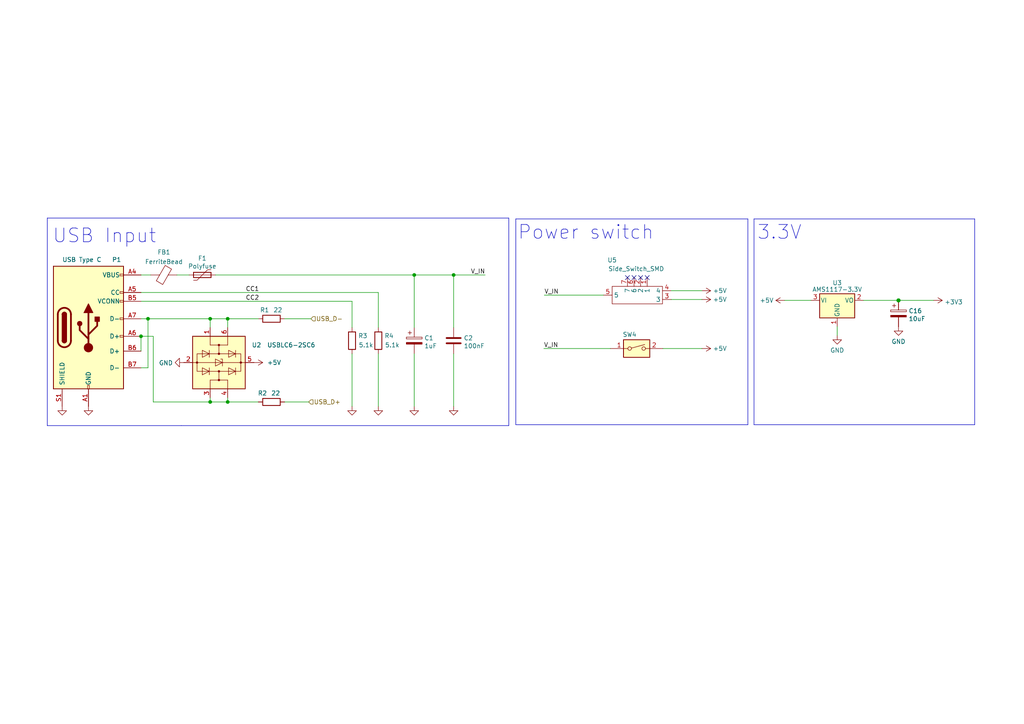
<source format=kicad_sch>
(kicad_sch
	(version 20231120)
	(generator "eeschema")
	(generator_version "8.0")
	(uuid "e2e1d941-b3ec-4f17-97ae-7b88bc161f23")
	(paper "A4")
	(title_block
		(title "Axiometa SPARK 2 - USB Input")
		(date "2024-06-30")
		(rev "R2")
		(company "Axiometa ")
	)
	(lib_symbols
		(symbol "Connector:USB_C_Plug_USB2.0"
			(pin_names
				(offset 1.016)
			)
			(exclude_from_sim no)
			(in_bom yes)
			(on_board yes)
			(property "Reference" "P"
				(at -10.16 19.05 0)
				(effects
					(font
						(size 1.27 1.27)
					)
					(justify left)
				)
			)
			(property "Value" "USB_C_Plug_USB2.0"
				(at 12.7 19.05 0)
				(effects
					(font
						(size 1.27 1.27)
					)
					(justify right)
				)
			)
			(property "Footprint" ""
				(at 3.81 0 0)
				(effects
					(font
						(size 1.27 1.27)
					)
					(hide yes)
				)
			)
			(property "Datasheet" "https://www.usb.org/sites/default/files/documents/usb_type-c.zip"
				(at 3.81 0 0)
				(effects
					(font
						(size 1.27 1.27)
					)
					(hide yes)
				)
			)
			(property "Description" "USB 2.0-only Type-C Plug connector"
				(at 0 0 0)
				(effects
					(font
						(size 1.27 1.27)
					)
					(hide yes)
				)
			)
			(property "ki_keywords" "usb universal serial bus type-C USB2.0"
				(at 0 0 0)
				(effects
					(font
						(size 1.27 1.27)
					)
					(hide yes)
				)
			)
			(property "ki_fp_filters" "USB*C*Plug*"
				(at 0 0 0)
				(effects
					(font
						(size 1.27 1.27)
					)
					(hide yes)
				)
			)
			(symbol "USB_C_Plug_USB2.0_0_0"
				(rectangle
					(start -0.254 -17.78)
					(end 0.254 -16.764)
					(stroke
						(width 0)
						(type default)
					)
					(fill
						(type none)
					)
				)
				(rectangle
					(start 10.16 -2.286)
					(end 9.144 -2.794)
					(stroke
						(width 0)
						(type default)
					)
					(fill
						(type none)
					)
				)
				(rectangle
					(start 10.16 2.794)
					(end 9.144 2.286)
					(stroke
						(width 0)
						(type default)
					)
					(fill
						(type none)
					)
				)
				(rectangle
					(start 10.16 7.874)
					(end 9.144 7.366)
					(stroke
						(width 0)
						(type default)
					)
					(fill
						(type none)
					)
				)
				(rectangle
					(start 10.16 10.414)
					(end 9.144 9.906)
					(stroke
						(width 0)
						(type default)
					)
					(fill
						(type none)
					)
				)
				(rectangle
					(start 10.16 15.494)
					(end 9.144 14.986)
					(stroke
						(width 0)
						(type default)
					)
					(fill
						(type none)
					)
				)
			)
			(symbol "USB_C_Plug_USB2.0_0_1"
				(rectangle
					(start -10.16 17.78)
					(end 10.16 -17.78)
					(stroke
						(width 0.254)
						(type default)
					)
					(fill
						(type background)
					)
				)
				(arc
					(start -8.89 -3.81)
					(mid -6.985 -5.7067)
					(end -5.08 -3.81)
					(stroke
						(width 0.508)
						(type default)
					)
					(fill
						(type none)
					)
				)
				(arc
					(start -7.62 -3.81)
					(mid -6.985 -4.4423)
					(end -6.35 -3.81)
					(stroke
						(width 0.254)
						(type default)
					)
					(fill
						(type none)
					)
				)
				(arc
					(start -7.62 -3.81)
					(mid -6.985 -4.4423)
					(end -6.35 -3.81)
					(stroke
						(width 0.254)
						(type default)
					)
					(fill
						(type outline)
					)
				)
				(rectangle
					(start -7.62 -3.81)
					(end -6.35 3.81)
					(stroke
						(width 0.254)
						(type default)
					)
					(fill
						(type outline)
					)
				)
				(arc
					(start -6.35 3.81)
					(mid -6.985 4.4423)
					(end -7.62 3.81)
					(stroke
						(width 0.254)
						(type default)
					)
					(fill
						(type none)
					)
				)
				(arc
					(start -6.35 3.81)
					(mid -6.985 4.4423)
					(end -7.62 3.81)
					(stroke
						(width 0.254)
						(type default)
					)
					(fill
						(type outline)
					)
				)
				(arc
					(start -5.08 3.81)
					(mid -6.985 5.7067)
					(end -8.89 3.81)
					(stroke
						(width 0.508)
						(type default)
					)
					(fill
						(type none)
					)
				)
				(circle
					(center -2.54 1.143)
					(radius 0.635)
					(stroke
						(width 0.254)
						(type default)
					)
					(fill
						(type outline)
					)
				)
				(circle
					(center 0 -5.842)
					(radius 1.27)
					(stroke
						(width 0)
						(type default)
					)
					(fill
						(type outline)
					)
				)
				(polyline
					(pts
						(xy -8.89 -3.81) (xy -8.89 3.81)
					)
					(stroke
						(width 0.508)
						(type default)
					)
					(fill
						(type none)
					)
				)
				(polyline
					(pts
						(xy -5.08 3.81) (xy -5.08 -3.81)
					)
					(stroke
						(width 0.508)
						(type default)
					)
					(fill
						(type none)
					)
				)
				(polyline
					(pts
						(xy 0 -5.842) (xy 0 4.318)
					)
					(stroke
						(width 0.508)
						(type default)
					)
					(fill
						(type none)
					)
				)
				(polyline
					(pts
						(xy 0 -3.302) (xy -2.54 -0.762) (xy -2.54 0.508)
					)
					(stroke
						(width 0.508)
						(type default)
					)
					(fill
						(type none)
					)
				)
				(polyline
					(pts
						(xy 0 -2.032) (xy 2.54 0.508) (xy 2.54 1.778)
					)
					(stroke
						(width 0.508)
						(type default)
					)
					(fill
						(type none)
					)
				)
				(polyline
					(pts
						(xy -1.27 4.318) (xy 0 6.858) (xy 1.27 4.318) (xy -1.27 4.318)
					)
					(stroke
						(width 0.254)
						(type default)
					)
					(fill
						(type outline)
					)
				)
				(rectangle
					(start 1.905 1.778)
					(end 3.175 3.048)
					(stroke
						(width 0.254)
						(type default)
					)
					(fill
						(type outline)
					)
				)
			)
			(symbol "USB_C_Plug_USB2.0_1_1"
				(pin passive line
					(at 0 -22.86 90)
					(length 5.08)
					(name "GND"
						(effects
							(font
								(size 1.27 1.27)
							)
						)
					)
					(number "A1"
						(effects
							(font
								(size 1.27 1.27)
							)
						)
					)
				)
				(pin passive line
					(at 0 -22.86 90)
					(length 5.08) hide
					(name "GND"
						(effects
							(font
								(size 1.27 1.27)
							)
						)
					)
					(number "A12"
						(effects
							(font
								(size 1.27 1.27)
							)
						)
					)
				)
				(pin passive line
					(at 15.24 15.24 180)
					(length 5.08)
					(name "VBUS"
						(effects
							(font
								(size 1.27 1.27)
							)
						)
					)
					(number "A4"
						(effects
							(font
								(size 1.27 1.27)
							)
						)
					)
				)
				(pin bidirectional line
					(at 15.24 10.16 180)
					(length 5.08)
					(name "CC"
						(effects
							(font
								(size 1.27 1.27)
							)
						)
					)
					(number "A5"
						(effects
							(font
								(size 1.27 1.27)
							)
						)
					)
				)
				(pin bidirectional line
					(at 15.24 -2.54 180)
					(length 5.08)
					(name "D+"
						(effects
							(font
								(size 1.27 1.27)
							)
						)
					)
					(number "A6"
						(effects
							(font
								(size 1.27 1.27)
							)
						)
					)
				)
				(pin bidirectional line
					(at 15.24 2.54 180)
					(length 5.08)
					(name "D-"
						(effects
							(font
								(size 1.27 1.27)
							)
						)
					)
					(number "A7"
						(effects
							(font
								(size 1.27 1.27)
							)
						)
					)
				)
				(pin passive line
					(at 15.24 15.24 180)
					(length 5.08) hide
					(name "VBUS"
						(effects
							(font
								(size 1.27 1.27)
							)
						)
					)
					(number "A9"
						(effects
							(font
								(size 1.27 1.27)
							)
						)
					)
				)
				(pin passive line
					(at 0 -22.86 90)
					(length 5.08) hide
					(name "GND"
						(effects
							(font
								(size 1.27 1.27)
							)
						)
					)
					(number "B1"
						(effects
							(font
								(size 1.27 1.27)
							)
						)
					)
				)
				(pin passive line
					(at 0 -22.86 90)
					(length 5.08) hide
					(name "GND"
						(effects
							(font
								(size 1.27 1.27)
							)
						)
					)
					(number "B12"
						(effects
							(font
								(size 1.27 1.27)
							)
						)
					)
				)
				(pin passive line
					(at 15.24 15.24 180)
					(length 5.08) hide
					(name "VBUS"
						(effects
							(font
								(size 1.27 1.27)
							)
						)
					)
					(number "B4"
						(effects
							(font
								(size 1.27 1.27)
							)
						)
					)
				)
				(pin bidirectional line
					(at 15.24 7.62 180)
					(length 5.08)
					(name "VCONN"
						(effects
							(font
								(size 1.27 1.27)
							)
						)
					)
					(number "B5"
						(effects
							(font
								(size 1.27 1.27)
							)
						)
					)
				)
				(pin bidirectional line
					(at 15.24 -6.858 180)
					(length 5.08)
					(name "D+"
						(effects
							(font
								(size 1.27 1.27)
							)
						)
					)
					(number "B6"
						(effects
							(font
								(size 1.27 1.27)
							)
						)
					)
				)
				(pin bidirectional line
					(at 15.24 -11.684 180)
					(length 5.08)
					(name "D-"
						(effects
							(font
								(size 1.27 1.27)
							)
						)
					)
					(number "B7"
						(effects
							(font
								(size 1.27 1.27)
							)
						)
					)
				)
				(pin passive line
					(at 15.24 15.24 180)
					(length 5.08) hide
					(name "VBUS"
						(effects
							(font
								(size 1.27 1.27)
							)
						)
					)
					(number "B9"
						(effects
							(font
								(size 1.27 1.27)
							)
						)
					)
				)
				(pin passive line
					(at -7.62 -22.86 90)
					(length 5.08)
					(name "SHIELD"
						(effects
							(font
								(size 1.27 1.27)
							)
						)
					)
					(number "S1"
						(effects
							(font
								(size 1.27 1.27)
							)
						)
					)
				)
			)
		)
		(symbol "Device:C"
			(pin_numbers hide)
			(pin_names
				(offset 0.254)
			)
			(exclude_from_sim no)
			(in_bom yes)
			(on_board yes)
			(property "Reference" "C"
				(at 0.635 2.54 0)
				(effects
					(font
						(size 1.27 1.27)
					)
					(justify left)
				)
			)
			(property "Value" "C"
				(at 0.635 -2.54 0)
				(effects
					(font
						(size 1.27 1.27)
					)
					(justify left)
				)
			)
			(property "Footprint" ""
				(at 0.9652 -3.81 0)
				(effects
					(font
						(size 1.27 1.27)
					)
					(hide yes)
				)
			)
			(property "Datasheet" "~"
				(at 0 0 0)
				(effects
					(font
						(size 1.27 1.27)
					)
					(hide yes)
				)
			)
			(property "Description" "Unpolarized capacitor"
				(at 0 0 0)
				(effects
					(font
						(size 1.27 1.27)
					)
					(hide yes)
				)
			)
			(property "ki_keywords" "cap capacitor"
				(at 0 0 0)
				(effects
					(font
						(size 1.27 1.27)
					)
					(hide yes)
				)
			)
			(property "ki_fp_filters" "C_*"
				(at 0 0 0)
				(effects
					(font
						(size 1.27 1.27)
					)
					(hide yes)
				)
			)
			(symbol "C_0_1"
				(polyline
					(pts
						(xy -2.032 -0.762) (xy 2.032 -0.762)
					)
					(stroke
						(width 0.508)
						(type default)
					)
					(fill
						(type none)
					)
				)
				(polyline
					(pts
						(xy -2.032 0.762) (xy 2.032 0.762)
					)
					(stroke
						(width 0.508)
						(type default)
					)
					(fill
						(type none)
					)
				)
			)
			(symbol "C_1_1"
				(pin passive line
					(at 0 3.81 270)
					(length 2.794)
					(name "~"
						(effects
							(font
								(size 1.27 1.27)
							)
						)
					)
					(number "1"
						(effects
							(font
								(size 1.27 1.27)
							)
						)
					)
				)
				(pin passive line
					(at 0 -3.81 90)
					(length 2.794)
					(name "~"
						(effects
							(font
								(size 1.27 1.27)
							)
						)
					)
					(number "2"
						(effects
							(font
								(size 1.27 1.27)
							)
						)
					)
				)
			)
		)
		(symbol "Device:CP"
			(pin_numbers hide)
			(pin_names
				(offset 0.254)
			)
			(exclude_from_sim no)
			(in_bom yes)
			(on_board yes)
			(property "Reference" "C"
				(at 0.635 2.54 0)
				(effects
					(font
						(size 1.27 1.27)
					)
					(justify left)
				)
			)
			(property "Value" "CP"
				(at 0.635 -2.54 0)
				(effects
					(font
						(size 1.27 1.27)
					)
					(justify left)
				)
			)
			(property "Footprint" ""
				(at 0.9652 -3.81 0)
				(effects
					(font
						(size 1.27 1.27)
					)
					(hide yes)
				)
			)
			(property "Datasheet" "~"
				(at 0 0 0)
				(effects
					(font
						(size 1.27 1.27)
					)
					(hide yes)
				)
			)
			(property "Description" "Polarized capacitor"
				(at 0 0 0)
				(effects
					(font
						(size 1.27 1.27)
					)
					(hide yes)
				)
			)
			(property "ki_keywords" "cap capacitor"
				(at 0 0 0)
				(effects
					(font
						(size 1.27 1.27)
					)
					(hide yes)
				)
			)
			(property "ki_fp_filters" "CP_*"
				(at 0 0 0)
				(effects
					(font
						(size 1.27 1.27)
					)
					(hide yes)
				)
			)
			(symbol "CP_0_1"
				(rectangle
					(start -2.286 0.508)
					(end 2.286 1.016)
					(stroke
						(width 0)
						(type default)
					)
					(fill
						(type none)
					)
				)
				(polyline
					(pts
						(xy -1.778 2.286) (xy -0.762 2.286)
					)
					(stroke
						(width 0)
						(type default)
					)
					(fill
						(type none)
					)
				)
				(polyline
					(pts
						(xy -1.27 2.794) (xy -1.27 1.778)
					)
					(stroke
						(width 0)
						(type default)
					)
					(fill
						(type none)
					)
				)
				(rectangle
					(start 2.286 -0.508)
					(end -2.286 -1.016)
					(stroke
						(width 0)
						(type default)
					)
					(fill
						(type outline)
					)
				)
			)
			(symbol "CP_1_1"
				(pin passive line
					(at 0 3.81 270)
					(length 2.794)
					(name "~"
						(effects
							(font
								(size 1.27 1.27)
							)
						)
					)
					(number "1"
						(effects
							(font
								(size 1.27 1.27)
							)
						)
					)
				)
				(pin passive line
					(at 0 -3.81 90)
					(length 2.794)
					(name "~"
						(effects
							(font
								(size 1.27 1.27)
							)
						)
					)
					(number "2"
						(effects
							(font
								(size 1.27 1.27)
							)
						)
					)
				)
			)
		)
		(symbol "Device:FerriteBead"
			(pin_numbers hide)
			(pin_names
				(offset 0)
			)
			(exclude_from_sim no)
			(in_bom yes)
			(on_board yes)
			(property "Reference" "FB"
				(at -3.81 0.635 90)
				(effects
					(font
						(size 1.27 1.27)
					)
				)
			)
			(property "Value" "FerriteBead"
				(at 3.81 0 90)
				(effects
					(font
						(size 1.27 1.27)
					)
				)
			)
			(property "Footprint" ""
				(at -1.778 0 90)
				(effects
					(font
						(size 1.27 1.27)
					)
					(hide yes)
				)
			)
			(property "Datasheet" "~"
				(at 0 0 0)
				(effects
					(font
						(size 1.27 1.27)
					)
					(hide yes)
				)
			)
			(property "Description" "Ferrite bead"
				(at 0 0 0)
				(effects
					(font
						(size 1.27 1.27)
					)
					(hide yes)
				)
			)
			(property "ki_keywords" "L ferrite bead inductor filter"
				(at 0 0 0)
				(effects
					(font
						(size 1.27 1.27)
					)
					(hide yes)
				)
			)
			(property "ki_fp_filters" "Inductor_* L_* *Ferrite*"
				(at 0 0 0)
				(effects
					(font
						(size 1.27 1.27)
					)
					(hide yes)
				)
			)
			(symbol "FerriteBead_0_1"
				(polyline
					(pts
						(xy 0 -1.27) (xy 0 -1.2192)
					)
					(stroke
						(width 0)
						(type default)
					)
					(fill
						(type none)
					)
				)
				(polyline
					(pts
						(xy 0 1.27) (xy 0 1.2954)
					)
					(stroke
						(width 0)
						(type default)
					)
					(fill
						(type none)
					)
				)
				(polyline
					(pts
						(xy -2.7686 0.4064) (xy -1.7018 2.2606) (xy 2.7686 -0.3048) (xy 1.6764 -2.159) (xy -2.7686 0.4064)
					)
					(stroke
						(width 0)
						(type default)
					)
					(fill
						(type none)
					)
				)
			)
			(symbol "FerriteBead_1_1"
				(pin passive line
					(at 0 3.81 270)
					(length 2.54)
					(name "~"
						(effects
							(font
								(size 1.27 1.27)
							)
						)
					)
					(number "1"
						(effects
							(font
								(size 1.27 1.27)
							)
						)
					)
				)
				(pin passive line
					(at 0 -3.81 90)
					(length 2.54)
					(name "~"
						(effects
							(font
								(size 1.27 1.27)
							)
						)
					)
					(number "2"
						(effects
							(font
								(size 1.27 1.27)
							)
						)
					)
				)
			)
		)
		(symbol "Device:Polyfuse"
			(pin_numbers hide)
			(pin_names
				(offset 0)
			)
			(exclude_from_sim no)
			(in_bom yes)
			(on_board yes)
			(property "Reference" "F"
				(at -2.54 0 90)
				(effects
					(font
						(size 1.27 1.27)
					)
				)
			)
			(property "Value" "Polyfuse"
				(at 2.54 0 90)
				(effects
					(font
						(size 1.27 1.27)
					)
				)
			)
			(property "Footprint" ""
				(at 1.27 -5.08 0)
				(effects
					(font
						(size 1.27 1.27)
					)
					(justify left)
					(hide yes)
				)
			)
			(property "Datasheet" "~"
				(at 0 0 0)
				(effects
					(font
						(size 1.27 1.27)
					)
					(hide yes)
				)
			)
			(property "Description" "Resettable fuse, polymeric positive temperature coefficient"
				(at 0 0 0)
				(effects
					(font
						(size 1.27 1.27)
					)
					(hide yes)
				)
			)
			(property "ki_keywords" "resettable fuse PTC PPTC polyfuse polyswitch"
				(at 0 0 0)
				(effects
					(font
						(size 1.27 1.27)
					)
					(hide yes)
				)
			)
			(property "ki_fp_filters" "*polyfuse* *PTC*"
				(at 0 0 0)
				(effects
					(font
						(size 1.27 1.27)
					)
					(hide yes)
				)
			)
			(symbol "Polyfuse_0_1"
				(rectangle
					(start -0.762 2.54)
					(end 0.762 -2.54)
					(stroke
						(width 0.254)
						(type default)
					)
					(fill
						(type none)
					)
				)
				(polyline
					(pts
						(xy 0 2.54) (xy 0 -2.54)
					)
					(stroke
						(width 0)
						(type default)
					)
					(fill
						(type none)
					)
				)
				(polyline
					(pts
						(xy -1.524 2.54) (xy -1.524 1.524) (xy 1.524 -1.524) (xy 1.524 -2.54)
					)
					(stroke
						(width 0)
						(type default)
					)
					(fill
						(type none)
					)
				)
			)
			(symbol "Polyfuse_1_1"
				(pin passive line
					(at 0 3.81 270)
					(length 1.27)
					(name "~"
						(effects
							(font
								(size 1.27 1.27)
							)
						)
					)
					(number "1"
						(effects
							(font
								(size 1.27 1.27)
							)
						)
					)
				)
				(pin passive line
					(at 0 -3.81 90)
					(length 1.27)
					(name "~"
						(effects
							(font
								(size 1.27 1.27)
							)
						)
					)
					(number "2"
						(effects
							(font
								(size 1.27 1.27)
							)
						)
					)
				)
			)
		)
		(symbol "Device:R"
			(pin_numbers hide)
			(pin_names
				(offset 0)
			)
			(exclude_from_sim no)
			(in_bom yes)
			(on_board yes)
			(property "Reference" "R"
				(at 2.032 0 90)
				(effects
					(font
						(size 1.27 1.27)
					)
				)
			)
			(property "Value" "R"
				(at 0 0 90)
				(effects
					(font
						(size 1.27 1.27)
					)
				)
			)
			(property "Footprint" ""
				(at -1.778 0 90)
				(effects
					(font
						(size 1.27 1.27)
					)
					(hide yes)
				)
			)
			(property "Datasheet" "~"
				(at 0 0 0)
				(effects
					(font
						(size 1.27 1.27)
					)
					(hide yes)
				)
			)
			(property "Description" "Resistor"
				(at 0 0 0)
				(effects
					(font
						(size 1.27 1.27)
					)
					(hide yes)
				)
			)
			(property "ki_keywords" "R res resistor"
				(at 0 0 0)
				(effects
					(font
						(size 1.27 1.27)
					)
					(hide yes)
				)
			)
			(property "ki_fp_filters" "R_*"
				(at 0 0 0)
				(effects
					(font
						(size 1.27 1.27)
					)
					(hide yes)
				)
			)
			(symbol "R_0_1"
				(rectangle
					(start -1.016 -2.54)
					(end 1.016 2.54)
					(stroke
						(width 0.254)
						(type default)
					)
					(fill
						(type none)
					)
				)
			)
			(symbol "R_1_1"
				(pin passive line
					(at 0 3.81 270)
					(length 1.27)
					(name "~"
						(effects
							(font
								(size 1.27 1.27)
							)
						)
					)
					(number "1"
						(effects
							(font
								(size 1.27 1.27)
							)
						)
					)
				)
				(pin passive line
					(at 0 -3.81 90)
					(length 1.27)
					(name "~"
						(effects
							(font
								(size 1.27 1.27)
							)
						)
					)
					(number "2"
						(effects
							(font
								(size 1.27 1.27)
							)
						)
					)
				)
			)
		)
		(symbol "Power_Protection:USBLC6-2SC6"
			(pin_names hide)
			(exclude_from_sim no)
			(in_bom yes)
			(on_board yes)
			(property "Reference" "U"
				(at 2.54 8.89 0)
				(effects
					(font
						(size 1.27 1.27)
					)
					(justify left)
				)
			)
			(property "Value" "USBLC6-2SC6"
				(at 2.54 -8.89 0)
				(effects
					(font
						(size 1.27 1.27)
					)
					(justify left)
				)
			)
			(property "Footprint" "Package_TO_SOT_SMD:SOT-23-6"
				(at 0 -12.7 0)
				(effects
					(font
						(size 1.27 1.27)
					)
					(hide yes)
				)
			)
			(property "Datasheet" "https://www.st.com/resource/en/datasheet/usblc6-2.pdf"
				(at 5.08 8.89 0)
				(effects
					(font
						(size 1.27 1.27)
					)
					(hide yes)
				)
			)
			(property "Description" "Very low capacitance ESD protection diode, 2 data-line, SOT-23-6"
				(at 0 0 0)
				(effects
					(font
						(size 1.27 1.27)
					)
					(hide yes)
				)
			)
			(property "ki_keywords" "usb ethernet video"
				(at 0 0 0)
				(effects
					(font
						(size 1.27 1.27)
					)
					(hide yes)
				)
			)
			(property "ki_fp_filters" "SOT?23*"
				(at 0 0 0)
				(effects
					(font
						(size 1.27 1.27)
					)
					(hide yes)
				)
			)
			(symbol "USBLC6-2SC6_0_1"
				(rectangle
					(start -7.62 -7.62)
					(end 7.62 7.62)
					(stroke
						(width 0.254)
						(type default)
					)
					(fill
						(type background)
					)
				)
				(circle
					(center -5.08 0)
					(radius 0.254)
					(stroke
						(width 0)
						(type default)
					)
					(fill
						(type outline)
					)
				)
				(circle
					(center -2.54 0)
					(radius 0.254)
					(stroke
						(width 0)
						(type default)
					)
					(fill
						(type outline)
					)
				)
				(rectangle
					(start -2.54 6.35)
					(end 2.54 -6.35)
					(stroke
						(width 0)
						(type default)
					)
					(fill
						(type none)
					)
				)
				(circle
					(center 0 -6.35)
					(radius 0.254)
					(stroke
						(width 0)
						(type default)
					)
					(fill
						(type outline)
					)
				)
				(polyline
					(pts
						(xy -5.08 -2.54) (xy -7.62 -2.54)
					)
					(stroke
						(width 0)
						(type default)
					)
					(fill
						(type none)
					)
				)
				(polyline
					(pts
						(xy -5.08 0) (xy -5.08 -2.54)
					)
					(stroke
						(width 0)
						(type default)
					)
					(fill
						(type none)
					)
				)
				(polyline
					(pts
						(xy -5.08 2.54) (xy -7.62 2.54)
					)
					(stroke
						(width 0)
						(type default)
					)
					(fill
						(type none)
					)
				)
				(polyline
					(pts
						(xy -1.524 -2.794) (xy -3.556 -2.794)
					)
					(stroke
						(width 0)
						(type default)
					)
					(fill
						(type none)
					)
				)
				(polyline
					(pts
						(xy -1.524 4.826) (xy -3.556 4.826)
					)
					(stroke
						(width 0)
						(type default)
					)
					(fill
						(type none)
					)
				)
				(polyline
					(pts
						(xy 0 -7.62) (xy 0 -6.35)
					)
					(stroke
						(width 0)
						(type default)
					)
					(fill
						(type none)
					)
				)
				(polyline
					(pts
						(xy 0 -6.35) (xy 0 1.27)
					)
					(stroke
						(width 0)
						(type default)
					)
					(fill
						(type none)
					)
				)
				(polyline
					(pts
						(xy 0 1.27) (xy 0 6.35)
					)
					(stroke
						(width 0)
						(type default)
					)
					(fill
						(type none)
					)
				)
				(polyline
					(pts
						(xy 0 6.35) (xy 0 7.62)
					)
					(stroke
						(width 0)
						(type default)
					)
					(fill
						(type none)
					)
				)
				(polyline
					(pts
						(xy 1.524 -2.794) (xy 3.556 -2.794)
					)
					(stroke
						(width 0)
						(type default)
					)
					(fill
						(type none)
					)
				)
				(polyline
					(pts
						(xy 1.524 4.826) (xy 3.556 4.826)
					)
					(stroke
						(width 0)
						(type default)
					)
					(fill
						(type none)
					)
				)
				(polyline
					(pts
						(xy 5.08 -2.54) (xy 7.62 -2.54)
					)
					(stroke
						(width 0)
						(type default)
					)
					(fill
						(type none)
					)
				)
				(polyline
					(pts
						(xy 5.08 0) (xy 5.08 -2.54)
					)
					(stroke
						(width 0)
						(type default)
					)
					(fill
						(type none)
					)
				)
				(polyline
					(pts
						(xy 5.08 2.54) (xy 7.62 2.54)
					)
					(stroke
						(width 0)
						(type default)
					)
					(fill
						(type none)
					)
				)
				(polyline
					(pts
						(xy -2.54 0) (xy -5.08 0) (xy -5.08 2.54)
					)
					(stroke
						(width 0)
						(type default)
					)
					(fill
						(type none)
					)
				)
				(polyline
					(pts
						(xy 2.54 0) (xy 5.08 0) (xy 5.08 2.54)
					)
					(stroke
						(width 0)
						(type default)
					)
					(fill
						(type none)
					)
				)
				(polyline
					(pts
						(xy -3.556 -4.826) (xy -1.524 -4.826) (xy -2.54 -2.794) (xy -3.556 -4.826)
					)
					(stroke
						(width 0)
						(type default)
					)
					(fill
						(type none)
					)
				)
				(polyline
					(pts
						(xy -3.556 2.794) (xy -1.524 2.794) (xy -2.54 4.826) (xy -3.556 2.794)
					)
					(stroke
						(width 0)
						(type default)
					)
					(fill
						(type none)
					)
				)
				(polyline
					(pts
						(xy -1.016 -1.016) (xy 1.016 -1.016) (xy 0 1.016) (xy -1.016 -1.016)
					)
					(stroke
						(width 0)
						(type default)
					)
					(fill
						(type none)
					)
				)
				(polyline
					(pts
						(xy 1.016 1.016) (xy 0.762 1.016) (xy -1.016 1.016) (xy -1.016 0.508)
					)
					(stroke
						(width 0)
						(type default)
					)
					(fill
						(type none)
					)
				)
				(polyline
					(pts
						(xy 3.556 -4.826) (xy 1.524 -4.826) (xy 2.54 -2.794) (xy 3.556 -4.826)
					)
					(stroke
						(width 0)
						(type default)
					)
					(fill
						(type none)
					)
				)
				(polyline
					(pts
						(xy 3.556 2.794) (xy 1.524 2.794) (xy 2.54 4.826) (xy 3.556 2.794)
					)
					(stroke
						(width 0)
						(type default)
					)
					(fill
						(type none)
					)
				)
				(circle
					(center 0 6.35)
					(radius 0.254)
					(stroke
						(width 0)
						(type default)
					)
					(fill
						(type outline)
					)
				)
				(circle
					(center 2.54 0)
					(radius 0.254)
					(stroke
						(width 0)
						(type default)
					)
					(fill
						(type outline)
					)
				)
				(circle
					(center 5.08 0)
					(radius 0.254)
					(stroke
						(width 0)
						(type default)
					)
					(fill
						(type outline)
					)
				)
			)
			(symbol "USBLC6-2SC6_1_1"
				(pin passive line
					(at -10.16 -2.54 0)
					(length 2.54)
					(name "I/O1"
						(effects
							(font
								(size 1.27 1.27)
							)
						)
					)
					(number "1"
						(effects
							(font
								(size 1.27 1.27)
							)
						)
					)
				)
				(pin passive line
					(at 0 -10.16 90)
					(length 2.54)
					(name "GND"
						(effects
							(font
								(size 1.27 1.27)
							)
						)
					)
					(number "2"
						(effects
							(font
								(size 1.27 1.27)
							)
						)
					)
				)
				(pin passive line
					(at 10.16 -2.54 180)
					(length 2.54)
					(name "I/O2"
						(effects
							(font
								(size 1.27 1.27)
							)
						)
					)
					(number "3"
						(effects
							(font
								(size 1.27 1.27)
							)
						)
					)
				)
				(pin passive line
					(at 10.16 2.54 180)
					(length 2.54)
					(name "I/O2"
						(effects
							(font
								(size 1.27 1.27)
							)
						)
					)
					(number "4"
						(effects
							(font
								(size 1.27 1.27)
							)
						)
					)
				)
				(pin passive line
					(at 0 10.16 270)
					(length 2.54)
					(name "VBUS"
						(effects
							(font
								(size 1.27 1.27)
							)
						)
					)
					(number "5"
						(effects
							(font
								(size 1.27 1.27)
							)
						)
					)
				)
				(pin passive line
					(at -10.16 2.54 0)
					(length 2.54)
					(name "I/O1"
						(effects
							(font
								(size 1.27 1.27)
							)
						)
					)
					(number "6"
						(effects
							(font
								(size 1.27 1.27)
							)
						)
					)
				)
			)
		)
		(symbol "Regulator_Linear:AMS1117-3.3"
			(pin_names
				(offset 0.254)
			)
			(exclude_from_sim no)
			(in_bom yes)
			(on_board yes)
			(property "Reference" "U"
				(at -3.81 3.175 0)
				(effects
					(font
						(size 1.27 1.27)
					)
				)
			)
			(property "Value" "AMS1117-3.3"
				(at 0 3.175 0)
				(effects
					(font
						(size 1.27 1.27)
					)
					(justify left)
				)
			)
			(property "Footprint" "Package_TO_SOT_SMD:SOT-223-3_TabPin2"
				(at 0 5.08 0)
				(effects
					(font
						(size 1.27 1.27)
					)
					(hide yes)
				)
			)
			(property "Datasheet" "http://www.advanced-monolithic.com/pdf/ds1117.pdf"
				(at 2.54 -6.35 0)
				(effects
					(font
						(size 1.27 1.27)
					)
					(hide yes)
				)
			)
			(property "Description" "1A Low Dropout regulator, positive, 3.3V fixed output, SOT-223"
				(at 0 0 0)
				(effects
					(font
						(size 1.27 1.27)
					)
					(hide yes)
				)
			)
			(property "ki_keywords" "linear regulator ldo fixed positive"
				(at 0 0 0)
				(effects
					(font
						(size 1.27 1.27)
					)
					(hide yes)
				)
			)
			(property "ki_fp_filters" "SOT?223*TabPin2*"
				(at 0 0 0)
				(effects
					(font
						(size 1.27 1.27)
					)
					(hide yes)
				)
			)
			(symbol "AMS1117-3.3_0_1"
				(rectangle
					(start -5.08 -5.08)
					(end 5.08 1.905)
					(stroke
						(width 0.254)
						(type default)
					)
					(fill
						(type background)
					)
				)
			)
			(symbol "AMS1117-3.3_1_1"
				(pin power_in line
					(at 0 -7.62 90)
					(length 2.54)
					(name "GND"
						(effects
							(font
								(size 1.27 1.27)
							)
						)
					)
					(number "1"
						(effects
							(font
								(size 1.27 1.27)
							)
						)
					)
				)
				(pin power_out line
					(at 7.62 0 180)
					(length 2.54)
					(name "VO"
						(effects
							(font
								(size 1.27 1.27)
							)
						)
					)
					(number "2"
						(effects
							(font
								(size 1.27 1.27)
							)
						)
					)
				)
				(pin power_in line
					(at -7.62 0 0)
					(length 2.54)
					(name "VI"
						(effects
							(font
								(size 1.27 1.27)
							)
						)
					)
					(number "3"
						(effects
							(font
								(size 1.27 1.27)
							)
						)
					)
				)
			)
		)
		(symbol "Switch:SW_DIP_x01"
			(pin_names
				(offset 0) hide)
			(exclude_from_sim no)
			(in_bom yes)
			(on_board yes)
			(property "Reference" "SW"
				(at 0 3.81 0)
				(effects
					(font
						(size 1.27 1.27)
					)
				)
			)
			(property "Value" "SW_DIP_x01"
				(at 0 -3.81 0)
				(effects
					(font
						(size 1.27 1.27)
					)
				)
			)
			(property "Footprint" ""
				(at 0 0 0)
				(effects
					(font
						(size 1.27 1.27)
					)
					(hide yes)
				)
			)
			(property "Datasheet" "~"
				(at 0 0 0)
				(effects
					(font
						(size 1.27 1.27)
					)
					(hide yes)
				)
			)
			(property "Description" "1x DIP Switch, Single Pole Single Throw (SPST) switch, small symbol"
				(at 0 0 0)
				(effects
					(font
						(size 1.27 1.27)
					)
					(hide yes)
				)
			)
			(property "ki_keywords" "dip switch"
				(at 0 0 0)
				(effects
					(font
						(size 1.27 1.27)
					)
					(hide yes)
				)
			)
			(property "ki_fp_filters" "SW?DIP?x1*"
				(at 0 0 0)
				(effects
					(font
						(size 1.27 1.27)
					)
					(hide yes)
				)
			)
			(symbol "SW_DIP_x01_0_0"
				(circle
					(center -2.032 0)
					(radius 0.508)
					(stroke
						(width 0)
						(type default)
					)
					(fill
						(type none)
					)
				)
				(polyline
					(pts
						(xy -1.524 0.127) (xy 2.3622 1.1684)
					)
					(stroke
						(width 0)
						(type default)
					)
					(fill
						(type none)
					)
				)
				(circle
					(center 2.032 0)
					(radius 0.508)
					(stroke
						(width 0)
						(type default)
					)
					(fill
						(type none)
					)
				)
			)
			(symbol "SW_DIP_x01_0_1"
				(rectangle
					(start -3.81 2.54)
					(end 3.81 -2.54)
					(stroke
						(width 0.254)
						(type default)
					)
					(fill
						(type background)
					)
				)
			)
			(symbol "SW_DIP_x01_1_1"
				(pin passive line
					(at -7.62 0 0)
					(length 5.08)
					(name "~"
						(effects
							(font
								(size 1.27 1.27)
							)
						)
					)
					(number "1"
						(effects
							(font
								(size 1.27 1.27)
							)
						)
					)
				)
				(pin passive line
					(at 7.62 0 180)
					(length 5.08)
					(name "~"
						(effects
							(font
								(size 1.27 1.27)
							)
						)
					)
					(number "2"
						(effects
							(font
								(size 1.27 1.27)
							)
						)
					)
				)
			)
		)
		(symbol "aSymbol:Side_Switch_SMD"
			(exclude_from_sim no)
			(in_bom yes)
			(on_board yes)
			(property "Reference" "U4"
				(at -6.985 10.16 0)
				(effects
					(font
						(size 1.27 1.27)
					)
				)
			)
			(property "Value" "Side_Switch_SMD"
				(at -0.635 7.62 0)
				(effects
					(font
						(size 1.27 1.27)
					)
				)
			)
			(property "Footprint" "aFootprint:Switch_Side"
				(at 5.715 10.16 0)
				(effects
					(font
						(size 1.27 1.27)
					)
					(hide yes)
				)
			)
			(property "Datasheet" ""
				(at 0.635 0 0)
				(effects
					(font
						(size 1.27 1.27)
					)
					(hide yes)
				)
			)
			(property "Description" ""
				(at 0 0 0)
				(effects
					(font
						(size 1.27 1.27)
					)
					(hide yes)
				)
			)
			(symbol "Side_Switch_SMD_0_1"
				(rectangle
					(start -6.985 2.54)
					(end 7.62 -2.54)
					(stroke
						(width 0.1524)
						(type default)
					)
					(fill
						(type none)
					)
				)
			)
			(symbol "Side_Switch_SMD_1_1"
				(pin input line
					(at -2.54 -5.08 90)
					(length 2.54)
					(name "1"
						(effects
							(font
								(size 1.27 1.27)
							)
						)
					)
					(number "1"
						(effects
							(font
								(size 1.27 1.27)
							)
						)
					)
				)
				(pin input line
					(at -0.635 -5.08 90)
					(length 2.54)
					(name "2"
						(effects
							(font
								(size 1.27 1.27)
							)
						)
					)
					(number "2"
						(effects
							(font
								(size 1.27 1.27)
							)
						)
					)
				)
				(pin input line
					(at -9.525 1.27 0)
					(length 2.54)
					(name "3"
						(effects
							(font
								(size 1.27 1.27)
							)
						)
					)
					(number "3"
						(effects
							(font
								(size 1.27 1.27)
							)
						)
					)
				)
				(pin input line
					(at -9.525 -1.27 0)
					(length 2.54)
					(name "4"
						(effects
							(font
								(size 1.27 1.27)
							)
						)
					)
					(number "4"
						(effects
							(font
								(size 1.27 1.27)
							)
						)
					)
				)
				(pin input line
					(at 10.16 0 180)
					(length 2.54)
					(name "5"
						(effects
							(font
								(size 1.27 1.27)
							)
						)
					)
					(number "5"
						(effects
							(font
								(size 1.27 1.27)
							)
						)
					)
				)
				(pin input line
					(at 1.27 -5.08 90)
					(length 2.54)
					(name "6"
						(effects
							(font
								(size 1.27 1.27)
							)
						)
					)
					(number "6"
						(effects
							(font
								(size 1.27 1.27)
							)
						)
					)
				)
				(pin input line
					(at 3.175 -5.08 90)
					(length 2.54)
					(name "7"
						(effects
							(font
								(size 1.27 1.27)
							)
						)
					)
					(number "7"
						(effects
							(font
								(size 1.27 1.27)
							)
						)
					)
				)
			)
		)
		(symbol "power:+3.3V"
			(power)
			(pin_names
				(offset 0)
			)
			(exclude_from_sim no)
			(in_bom yes)
			(on_board yes)
			(property "Reference" "#PWR"
				(at 0 -3.81 0)
				(effects
					(font
						(size 1.27 1.27)
					)
					(hide yes)
				)
			)
			(property "Value" "+3.3V"
				(at 0 3.556 0)
				(effects
					(font
						(size 1.27 1.27)
					)
				)
			)
			(property "Footprint" ""
				(at 0 0 0)
				(effects
					(font
						(size 1.27 1.27)
					)
					(hide yes)
				)
			)
			(property "Datasheet" ""
				(at 0 0 0)
				(effects
					(font
						(size 1.27 1.27)
					)
					(hide yes)
				)
			)
			(property "Description" "Power symbol creates a global label with name \"+3.3V\""
				(at 0 0 0)
				(effects
					(font
						(size 1.27 1.27)
					)
					(hide yes)
				)
			)
			(property "ki_keywords" "power-flag"
				(at 0 0 0)
				(effects
					(font
						(size 1.27 1.27)
					)
					(hide yes)
				)
			)
			(symbol "+3.3V_0_1"
				(polyline
					(pts
						(xy -0.762 1.27) (xy 0 2.54)
					)
					(stroke
						(width 0)
						(type default)
					)
					(fill
						(type none)
					)
				)
				(polyline
					(pts
						(xy 0 0) (xy 0 2.54)
					)
					(stroke
						(width 0)
						(type default)
					)
					(fill
						(type none)
					)
				)
				(polyline
					(pts
						(xy 0 2.54) (xy 0.762 1.27)
					)
					(stroke
						(width 0)
						(type default)
					)
					(fill
						(type none)
					)
				)
			)
			(symbol "+3.3V_1_1"
				(pin power_in line
					(at 0 0 90)
					(length 0) hide
					(name "+3V3"
						(effects
							(font
								(size 1.27 1.27)
							)
						)
					)
					(number "1"
						(effects
							(font
								(size 1.27 1.27)
							)
						)
					)
				)
			)
		)
		(symbol "power:+5V"
			(power)
			(pin_names
				(offset 0)
			)
			(exclude_from_sim no)
			(in_bom yes)
			(on_board yes)
			(property "Reference" "#PWR"
				(at 0 -3.81 0)
				(effects
					(font
						(size 1.27 1.27)
					)
					(hide yes)
				)
			)
			(property "Value" "+5V"
				(at 0 3.556 0)
				(effects
					(font
						(size 1.27 1.27)
					)
				)
			)
			(property "Footprint" ""
				(at 0 0 0)
				(effects
					(font
						(size 1.27 1.27)
					)
					(hide yes)
				)
			)
			(property "Datasheet" ""
				(at 0 0 0)
				(effects
					(font
						(size 1.27 1.27)
					)
					(hide yes)
				)
			)
			(property "Description" "Power symbol creates a global label with name \"+5V\""
				(at 0 0 0)
				(effects
					(font
						(size 1.27 1.27)
					)
					(hide yes)
				)
			)
			(property "ki_keywords" "power-flag"
				(at 0 0 0)
				(effects
					(font
						(size 1.27 1.27)
					)
					(hide yes)
				)
			)
			(symbol "+5V_0_1"
				(polyline
					(pts
						(xy -0.762 1.27) (xy 0 2.54)
					)
					(stroke
						(width 0)
						(type default)
					)
					(fill
						(type none)
					)
				)
				(polyline
					(pts
						(xy 0 0) (xy 0 2.54)
					)
					(stroke
						(width 0)
						(type default)
					)
					(fill
						(type none)
					)
				)
				(polyline
					(pts
						(xy 0 2.54) (xy 0.762 1.27)
					)
					(stroke
						(width 0)
						(type default)
					)
					(fill
						(type none)
					)
				)
			)
			(symbol "+5V_1_1"
				(pin power_in line
					(at 0 0 90)
					(length 0) hide
					(name "+5V"
						(effects
							(font
								(size 1.27 1.27)
							)
						)
					)
					(number "1"
						(effects
							(font
								(size 1.27 1.27)
							)
						)
					)
				)
			)
		)
		(symbol "power:GND"
			(power)
			(pin_names
				(offset 0)
			)
			(exclude_from_sim no)
			(in_bom yes)
			(on_board yes)
			(property "Reference" "#PWR"
				(at 0 -6.35 0)
				(effects
					(font
						(size 1.27 1.27)
					)
					(hide yes)
				)
			)
			(property "Value" "GND"
				(at 0 -3.81 0)
				(effects
					(font
						(size 1.27 1.27)
					)
				)
			)
			(property "Footprint" ""
				(at 0 0 0)
				(effects
					(font
						(size 1.27 1.27)
					)
					(hide yes)
				)
			)
			(property "Datasheet" ""
				(at 0 0 0)
				(effects
					(font
						(size 1.27 1.27)
					)
					(hide yes)
				)
			)
			(property "Description" "Power symbol creates a global label with name \"GND\" , ground"
				(at 0 0 0)
				(effects
					(font
						(size 1.27 1.27)
					)
					(hide yes)
				)
			)
			(property "ki_keywords" "power-flag"
				(at 0 0 0)
				(effects
					(font
						(size 1.27 1.27)
					)
					(hide yes)
				)
			)
			(symbol "GND_0_1"
				(polyline
					(pts
						(xy 0 0) (xy 0 -1.27) (xy 1.27 -1.27) (xy 0 -2.54) (xy -1.27 -1.27) (xy 0 -1.27)
					)
					(stroke
						(width 0)
						(type default)
					)
					(fill
						(type none)
					)
				)
			)
			(symbol "GND_1_1"
				(pin power_in line
					(at 0 0 270)
					(length 0) hide
					(name "GND"
						(effects
							(font
								(size 1.27 1.27)
							)
						)
					)
					(number "1"
						(effects
							(font
								(size 1.27 1.27)
							)
						)
					)
				)
			)
		)
	)
	(junction
		(at 66.04 92.456)
		(diameter 0)
		(color 0 0 0 0)
		(uuid "03d09b3a-d6a8-4e07-8c2e-9a9fe343b797")
	)
	(junction
		(at 66.04 116.586)
		(diameter 0)
		(color 0 0 0 0)
		(uuid "13742f24-3393-4637-ba68-a17fc082f6e6")
	)
	(junction
		(at 60.96 92.456)
		(diameter 0)
		(color 0 0 0 0)
		(uuid "1d2d2bc9-8a41-49b6-b7b0-5484f2ba15aa")
	)
	(junction
		(at 42.926 92.456)
		(diameter 0)
		(color 0 0 0 0)
		(uuid "55c1ac12-c99b-4ee1-a0dc-d7cd3b672ca3")
	)
	(junction
		(at 60.96 116.586)
		(diameter 0)
		(color 0 0 0 0)
		(uuid "9e75d705-63d9-41be-a6ac-4ea19e8f1f19")
	)
	(junction
		(at 40.894 97.536)
		(diameter 0)
		(color 0 0 0 0)
		(uuid "bf6dae5b-dd10-45fa-aacf-1664e409bd76")
	)
	(junction
		(at 120.142 79.756)
		(diameter 0)
		(color 0 0 0 0)
		(uuid "c0bf3ac7-6507-4c43-9267-7adde1d56edf")
	)
	(junction
		(at 260.604 87.122)
		(diameter 1.016)
		(color 0 0 0 0)
		(uuid "dc0be378-796d-4571-a415-5f5e89ee499d")
	)
	(junction
		(at 131.572 79.756)
		(diameter 0)
		(color 0 0 0 0)
		(uuid "f89c5472-75f8-4ef9-b96f-e0bae0d551fb")
	)
	(no_connect
		(at 187.706 80.518)
		(uuid "04636dce-1492-4061-b4d1-d6607a70d85a")
	)
	(no_connect
		(at 185.801 80.518)
		(uuid "4b2545e4-6b08-4fa6-86d9-c5f5aedd1264")
	)
	(no_connect
		(at 183.896 80.518)
		(uuid "87748e2b-f25c-4594-8ba6-122c9b940fa3")
	)
	(no_connect
		(at 181.991 80.518)
		(uuid "9f15dc75-f129-4b37-b718-153d67f4f00c")
	)
	(polyline
		(pts
			(xy 149.606 63.5) (xy 149.606 123.19)
		)
		(stroke
			(width 0)
			(type default)
		)
		(uuid "13eef278-196b-473a-8f1f-29e87b887777")
	)
	(wire
		(pts
			(xy 120.142 117.856) (xy 120.142 102.616)
		)
		(stroke
			(width 0)
			(type default)
		)
		(uuid "1498c1ed-4a77-4f65-811b-83902c8f1fc4")
	)
	(wire
		(pts
			(xy 40.894 87.376) (xy 102.108 87.376)
		)
		(stroke
			(width 0)
			(type default)
		)
		(uuid "213a2769-2ca4-4963-9ef7-9dab58002083")
	)
	(wire
		(pts
			(xy 157.734 101.092) (xy 177.038 101.092)
		)
		(stroke
			(width 0)
			(type default)
		)
		(uuid "2a72251d-27b9-43da-837f-b7897738bdff")
	)
	(wire
		(pts
			(xy 44.45 97.536) (xy 44.45 116.586)
		)
		(stroke
			(width 0)
			(type default)
		)
		(uuid "2b21146e-66eb-435c-a1bf-58097fee08b5")
	)
	(wire
		(pts
			(xy 66.04 92.456) (xy 66.04 94.996)
		)
		(stroke
			(width 0)
			(type default)
		)
		(uuid "2f4a706b-a956-4d82-a1f1-854bbc6b6ceb")
	)
	(wire
		(pts
			(xy 82.55 116.586) (xy 89.535 116.586)
		)
		(stroke
			(width 0)
			(type default)
		)
		(uuid "4040e838-443a-42b7-826f-f296d904a91d")
	)
	(wire
		(pts
			(xy 242.824 94.742) (xy 242.824 97.282)
		)
		(stroke
			(width 0)
			(type default)
		)
		(uuid "4c3cf388-094c-4cbb-afbd-916cd7fb8fb0")
	)
	(polyline
		(pts
			(xy 149.606 123.19) (xy 216.916 123.19)
		)
		(stroke
			(width 0)
			(type default)
		)
		(uuid "52fb742f-fdc2-4eec-bd32-03705d65c30c")
	)
	(polyline
		(pts
			(xy 218.694 63.5) (xy 282.702 63.5)
		)
		(stroke
			(width 0)
			(type default)
		)
		(uuid "53e0156f-46e3-4fa1-bcab-4dc3c22a74c0")
	)
	(wire
		(pts
			(xy 42.926 92.456) (xy 60.96 92.456)
		)
		(stroke
			(width 0)
			(type default)
		)
		(uuid "53f98d12-db69-4ec4-bf5e-0501d951f785")
	)
	(wire
		(pts
			(xy 40.894 84.836) (xy 109.728 84.836)
		)
		(stroke
			(width 0)
			(type default)
		)
		(uuid "55a56da5-413e-4e4b-bf6c-439951c29c6c")
	)
	(wire
		(pts
			(xy 192.278 101.092) (xy 203.581 101.092)
		)
		(stroke
			(width 0)
			(type default)
		)
		(uuid "5766f4bd-2c93-4b05-b59e-dfe026834901")
	)
	(wire
		(pts
			(xy 203.581 86.868) (xy 194.691 86.868)
		)
		(stroke
			(width 0)
			(type default)
		)
		(uuid "5ed51f8d-009f-400e-9fae-b372b60866e7")
	)
	(wire
		(pts
			(xy 131.572 117.856) (xy 131.572 102.616)
		)
		(stroke
			(width 0)
			(type default)
		)
		(uuid "60092689-921a-44a2-9718-9ceffbc2b3be")
	)
	(wire
		(pts
			(xy 131.572 94.996) (xy 131.572 79.756)
		)
		(stroke
			(width 0)
			(type default)
		)
		(uuid "60c91287-1f23-429f-8a22-e23c63c350e1")
	)
	(wire
		(pts
			(xy 40.894 101.854) (xy 40.894 97.536)
		)
		(stroke
			(width 0)
			(type default)
		)
		(uuid "65db0f2b-2084-47c7-b824-38f569b446be")
	)
	(polyline
		(pts
			(xy 216.916 123.19) (xy 216.916 63.5)
		)
		(stroke
			(width 0)
			(type default)
		)
		(uuid "6c05cdd3-779d-439f-a8dc-8e245c45379d")
	)
	(wire
		(pts
			(xy 44.45 116.586) (xy 60.96 116.586)
		)
		(stroke
			(width 0)
			(type default)
		)
		(uuid "701c757a-b8a1-4140-8e2e-acbbd4aaa426")
	)
	(wire
		(pts
			(xy 120.142 94.996) (xy 120.142 79.756)
		)
		(stroke
			(width 0)
			(type default)
		)
		(uuid "707460fc-368a-4b1b-a0a3-3c31a2c268f7")
	)
	(wire
		(pts
			(xy 66.04 92.456) (xy 74.93 92.456)
		)
		(stroke
			(width 0)
			(type default)
		)
		(uuid "714b98bc-0ba2-4092-a7a0-175ffd07eccc")
	)
	(polyline
		(pts
			(xy 282.702 123.19) (xy 282.702 63.5)
		)
		(stroke
			(width 0)
			(type default)
		)
		(uuid "795d9921-d333-4a23-ab68-afba937dda1e")
	)
	(polyline
		(pts
			(xy 218.694 123.19) (xy 282.702 123.19)
		)
		(stroke
			(width 0)
			(type default)
		)
		(uuid "7bb3f25a-1ed4-4835-ac83-1e3cc0202bea")
	)
	(polyline
		(pts
			(xy 147.574 63.246) (xy 13.716 63.246)
		)
		(stroke
			(width 0)
			(type default)
		)
		(uuid "7d799743-d84e-475e-aef1-9fcac0f149f9")
	)
	(wire
		(pts
			(xy 120.142 79.756) (xy 131.572 79.756)
		)
		(stroke
			(width 0)
			(type default)
		)
		(uuid "83efe506-70b8-449f-baa7-22953b502e1d")
	)
	(wire
		(pts
			(xy 40.894 97.536) (xy 44.45 97.536)
		)
		(stroke
			(width 0)
			(type default)
		)
		(uuid "8bb83bb8-8a96-469e-969a-293ad0ab6ea6")
	)
	(wire
		(pts
			(xy 42.926 106.68) (xy 42.926 92.456)
		)
		(stroke
			(width 0)
			(type default)
		)
		(uuid "8eb32f17-783a-408f-9171-d78c6c423c95")
	)
	(wire
		(pts
			(xy 102.108 117.856) (xy 102.108 102.616)
		)
		(stroke
			(width 0)
			(type default)
		)
		(uuid "9f09ed57-75e0-4e42-870c-790185e17063")
	)
	(wire
		(pts
			(xy 109.728 94.996) (xy 109.728 84.836)
		)
		(stroke
			(width 0)
			(type default)
		)
		(uuid "9fecbba4-298a-423d-8b7a-4f520697c3c7")
	)
	(wire
		(pts
			(xy 60.96 115.316) (xy 60.96 116.586)
		)
		(stroke
			(width 0)
			(type default)
		)
		(uuid "a63910e3-6db7-4fe5-903d-a75d74751666")
	)
	(wire
		(pts
			(xy 131.572 79.756) (xy 140.716 79.756)
		)
		(stroke
			(width 0)
			(type default)
		)
		(uuid "afeffc15-3ccb-49ab-bd3a-6e250c6d8f66")
	)
	(wire
		(pts
			(xy 109.728 117.856) (xy 109.728 102.616)
		)
		(stroke
			(width 0)
			(type default)
		)
		(uuid "aff545f7-b63f-41dc-a232-fd0c96e664e8")
	)
	(wire
		(pts
			(xy 102.108 94.996) (xy 102.108 87.376)
		)
		(stroke
			(width 0)
			(type default)
		)
		(uuid "b32cd74d-63b1-42fe-8b36-62176293cafa")
	)
	(polyline
		(pts
			(xy 13.716 123.444) (xy 52.578 123.444)
		)
		(stroke
			(width 0)
			(type default)
		)
		(uuid "b35904b8-baa8-4320-bbbd-583ad7285c13")
	)
	(polyline
		(pts
			(xy 218.694 63.5) (xy 218.694 123.19)
		)
		(stroke
			(width 0)
			(type default)
		)
		(uuid "b47b05f8-cb72-4d39-9ab2-ec91363a544b")
	)
	(wire
		(pts
			(xy 66.04 116.586) (xy 74.93 116.586)
		)
		(stroke
			(width 0)
			(type default)
		)
		(uuid "b8bc3bd6-a104-489e-aa29-c0da238b1603")
	)
	(wire
		(pts
			(xy 40.894 79.756) (xy 43.688 79.756)
		)
		(stroke
			(width 0)
			(type default)
		)
		(uuid "c37f0453-0c87-4829-8abc-f205bc591a0f")
	)
	(wire
		(pts
			(xy 260.604 87.122) (xy 270.764 87.122)
		)
		(stroke
			(width 0)
			(type solid)
		)
		(uuid "c4c976a2-0054-4eb9-9651-92c87f5258c4")
	)
	(wire
		(pts
			(xy 40.894 92.456) (xy 42.926 92.456)
		)
		(stroke
			(width 0)
			(type default)
		)
		(uuid "c7304cb5-2c9f-404d-9a48-4f3db1877cd3")
	)
	(wire
		(pts
			(xy 51.308 79.756) (xy 54.864 79.756)
		)
		(stroke
			(width 0)
			(type default)
		)
		(uuid "c8ed558e-52f1-440d-897f-f652f06ab0f0")
	)
	(wire
		(pts
			(xy 66.04 115.316) (xy 66.04 116.586)
		)
		(stroke
			(width 0)
			(type default)
		)
		(uuid "cb7c6740-765a-4ee6-9300-bd1546b2c5db")
	)
	(wire
		(pts
			(xy 60.96 116.586) (xy 66.04 116.586)
		)
		(stroke
			(width 0)
			(type default)
		)
		(uuid "ce95322e-ab8f-4dfe-8ede-b4ea0aff6108")
	)
	(wire
		(pts
			(xy 82.55 92.456) (xy 90.17 92.456)
		)
		(stroke
			(width 0)
			(type default)
		)
		(uuid "d03d5014-7ace-4071-8eb9-badcf2650ffb")
	)
	(polyline
		(pts
			(xy 147.574 123.444) (xy 147.574 63.246)
		)
		(stroke
			(width 0)
			(type default)
		)
		(uuid "d89884e2-f92d-4499-bfc0-400135ef54e1")
	)
	(wire
		(pts
			(xy 60.96 92.456) (xy 60.96 94.996)
		)
		(stroke
			(width 0)
			(type default)
		)
		(uuid "dc021c05-aff1-4c05-9d53-372056290bd5")
	)
	(polyline
		(pts
			(xy 13.716 63.246) (xy 13.716 123.444)
		)
		(stroke
			(width 0)
			(type default)
		)
		(uuid "e1dc8a6b-bf5d-464a-bba7-ce16c6ffa280")
	)
	(wire
		(pts
			(xy 227.584 87.122) (xy 235.204 87.122)
		)
		(stroke
			(width 0)
			(type solid)
		)
		(uuid "e27f7389-20d3-4c7f-9d30-dadd64ea80a4")
	)
	(wire
		(pts
			(xy 40.894 106.68) (xy 42.926 106.68)
		)
		(stroke
			(width 0)
			(type default)
		)
		(uuid "e5b8857a-06d5-4129-8fda-d6c955a91186")
	)
	(polyline
		(pts
			(xy 52.578 123.444) (xy 147.574 123.444)
		)
		(stroke
			(width 0)
			(type default)
		)
		(uuid "e792042f-72ed-45d9-8bb7-8cdd0421f8ee")
	)
	(wire
		(pts
			(xy 250.444 87.122) (xy 260.604 87.122)
		)
		(stroke
			(width 0)
			(type solid)
		)
		(uuid "edd518e6-899e-42eb-82e9-519e5c183b87")
	)
	(polyline
		(pts
			(xy 149.606 63.5) (xy 216.916 63.5)
		)
		(stroke
			(width 0)
			(type default)
		)
		(uuid "f01768af-537c-493b-8f5d-27fd2e89fa6c")
	)
	(wire
		(pts
			(xy 157.861 85.598) (xy 175.006 85.598)
		)
		(stroke
			(width 0)
			(type default)
		)
		(uuid "f5c6b668-d495-4b41-bc44-f2313a6d83af")
	)
	(wire
		(pts
			(xy 60.96 92.456) (xy 66.04 92.456)
		)
		(stroke
			(width 0)
			(type default)
		)
		(uuid "f9817374-fb8b-4010-a559-81e380b267d9")
	)
	(wire
		(pts
			(xy 203.581 84.328) (xy 194.691 84.328)
		)
		(stroke
			(width 0)
			(type default)
		)
		(uuid "fbe84169-1309-422f-8eee-7561cd285ce6")
	)
	(wire
		(pts
			(xy 62.484 79.756) (xy 120.142 79.756)
		)
		(stroke
			(width 0)
			(type default)
		)
		(uuid "fd3f192c-4f68-4918-b89e-5fa0d4e2d3d2")
	)
	(text "3.3V"
		(exclude_from_sim no)
		(at 232.664 69.85 0)
		(effects
			(font
				(size 4 4)
			)
			(justify right bottom)
		)
		(uuid "265626f1-5ee9-49c3-a15b-b6e057044eab")
	)
	(text "Power switch"
		(exclude_from_sim no)
		(at 189.738 69.85 0)
		(effects
			(font
				(size 4 4)
			)
			(justify right bottom)
		)
		(uuid "28d105de-f6c6-403d-81a6-9163f0bd2646")
	)
	(text "USB Input"
		(exclude_from_sim no)
		(at 45.466 70.866 0)
		(effects
			(font
				(size 4 4)
			)
			(justify right bottom)
		)
		(uuid "6b0f7b3c-4487-4955-86e5-1fba72a2ae51")
	)
	(label "V_IN"
		(at 157.861 85.598 0)
		(fields_autoplaced yes)
		(effects
			(font
				(size 1.27 1.27)
			)
			(justify left bottom)
		)
		(uuid "5965b54c-fc70-416c-9f27-c218a47d9129")
	)
	(label "V_IN"
		(at 157.734 101.092 0)
		(fields_autoplaced yes)
		(effects
			(font
				(size 1.27 1.27)
			)
			(justify left bottom)
		)
		(uuid "598845ce-2795-4cc8-a3cf-5ea8b2b4d345")
	)
	(label "CC1"
		(at 75.184 84.836 180)
		(fields_autoplaced yes)
		(effects
			(font
				(size 1.27 1.27)
			)
			(justify right bottom)
		)
		(uuid "ad847e19-c30c-4a05-be27-e3b62c9d9574")
	)
	(label "V_IN"
		(at 140.716 79.756 180)
		(fields_autoplaced yes)
		(effects
			(font
				(size 1.27 1.27)
			)
			(justify right bottom)
		)
		(uuid "b33bd1da-cf17-4e38-b942-5b7c0c85380b")
	)
	(label "CC2"
		(at 75.184 87.376 180)
		(fields_autoplaced yes)
		(effects
			(font
				(size 1.27 1.27)
			)
			(justify right bottom)
		)
		(uuid "ff206628-d1cd-4f93-8edb-88a9d70ad543")
	)
	(hierarchical_label "USB_D+"
		(shape input)
		(at 89.535 116.586 0)
		(fields_autoplaced yes)
		(effects
			(font
				(size 1.27 1.27)
			)
			(justify left)
		)
		(uuid "1fe82b95-a274-4eea-bc9f-bcee87dcc4c7")
	)
	(hierarchical_label "USB_D-"
		(shape input)
		(at 90.17 92.456 0)
		(fields_autoplaced yes)
		(effects
			(font
				(size 1.27 1.27)
			)
			(justify left)
		)
		(uuid "d82a3bb1-d6ab-4568-8ded-5aabd99349ab")
	)
	(symbol
		(lib_id "Device:R")
		(at 78.74 92.456 270)
		(unit 1)
		(exclude_from_sim no)
		(in_bom yes)
		(on_board yes)
		(dnp no)
		(uuid "0edb8ead-35b9-4f6e-839e-77c0f2c66bab")
		(property "Reference" "R1"
			(at 78.105 89.916 90)
			(effects
				(font
					(size 1.27 1.27)
				)
				(justify right)
			)
		)
		(property "Value" "22"
			(at 81.915 89.916 90)
			(effects
				(font
					(size 1.27 1.27)
				)
				(justify right)
			)
		)
		(property "Footprint" "Resistor_SMD:R_0402_1005Metric"
			(at 78.74 90.678 90)
			(effects
				(font
					(size 1.27 1.27)
				)
				(hide yes)
			)
		)
		(property "Datasheet" "~"
			(at 78.74 92.456 0)
			(effects
				(font
					(size 1.27 1.27)
				)
				(hide yes)
			)
		)
		(property "Description" ""
			(at 78.74 92.456 0)
			(effects
				(font
					(size 1.27 1.27)
				)
				(hide yes)
			)
		)
		(pin "1"
			(uuid "6be025ad-4f3c-43f4-8308-b16cea88de9c")
		)
		(pin "2"
			(uuid "c428600c-92c5-401d-84ed-e3e246b0a3ce")
		)
		(instances
			(project "Axiometa_Spark2_V2.0"
				(path "/265bab81-531b-4645-af28-d7374e9cd238/4a2d60f5-8ff6-4658-8ce1-991d5aec0756"
					(reference "R1")
					(unit 1)
				)
			)
		)
	)
	(symbol
		(lib_id "power:GND")
		(at 260.604 94.742 0)
		(unit 1)
		(exclude_from_sim no)
		(in_bom yes)
		(on_board yes)
		(dnp no)
		(uuid "125ada59-eafd-4c93-9698-a442d58c6702")
		(property "Reference" "#PWR048"
			(at 260.604 101.092 0)
			(effects
				(font
					(size 1.27 1.27)
				)
				(hide yes)
			)
		)
		(property "Value" "GND"
			(at 260.604 99.0664 0)
			(effects
				(font
					(size 1.27 1.27)
				)
			)
		)
		(property "Footprint" ""
			(at 260.604 94.742 0)
			(effects
				(font
					(size 1.27 1.27)
				)
				(hide yes)
			)
		)
		(property "Datasheet" ""
			(at 260.604 94.742 0)
			(effects
				(font
					(size 1.27 1.27)
				)
				(hide yes)
			)
		)
		(property "Description" ""
			(at 260.604 94.742 0)
			(effects
				(font
					(size 1.27 1.27)
				)
				(hide yes)
			)
		)
		(pin "1"
			(uuid "29f200fc-0bef-4309-8304-e1da7f35c09a")
		)
		(instances
			(project "Axiometa_Spark2_V2.0"
				(path "/265bab81-531b-4645-af28-d7374e9cd238/4a2d60f5-8ff6-4658-8ce1-991d5aec0756"
					(reference "#PWR048")
					(unit 1)
				)
			)
		)
	)
	(symbol
		(lib_id "power:+5V")
		(at 203.581 86.868 270)
		(unit 1)
		(exclude_from_sim no)
		(in_bom yes)
		(on_board yes)
		(dnp no)
		(uuid "1b57c23e-d968-419e-9bff-63624bd9cd83")
		(property "Reference" "#PWR052"
			(at 199.771 86.868 0)
			(effects
				(font
					(size 1.27 1.27)
				)
				(hide yes)
			)
		)
		(property "Value" "+5V"
			(at 206.756 86.868 90)
			(effects
				(font
					(size 1.27 1.27)
				)
				(justify left)
			)
		)
		(property "Footprint" ""
			(at 203.581 86.868 0)
			(effects
				(font
					(size 1.27 1.27)
				)
				(hide yes)
			)
		)
		(property "Datasheet" ""
			(at 203.581 86.868 0)
			(effects
				(font
					(size 1.27 1.27)
				)
				(hide yes)
			)
		)
		(property "Description" ""
			(at 203.581 86.868 0)
			(effects
				(font
					(size 1.27 1.27)
				)
				(hide yes)
			)
		)
		(pin "1"
			(uuid "b4ecc499-e1ee-40fd-8d79-4351fe90034e")
		)
		(instances
			(project "Axiometa_Spark2_V2.0"
				(path "/265bab81-531b-4645-af28-d7374e9cd238/4a2d60f5-8ff6-4658-8ce1-991d5aec0756"
					(reference "#PWR052")
					(unit 1)
				)
			)
		)
	)
	(symbol
		(lib_id "power:GND")
		(at 102.108 117.856 0)
		(mirror y)
		(unit 1)
		(exclude_from_sim no)
		(in_bom yes)
		(on_board yes)
		(dnp no)
		(uuid "1f26ad7e-dc11-404e-ad27-ce659cfad562")
		(property "Reference" "#PWR0103"
			(at 102.108 124.206 0)
			(effects
				(font
					(size 1.27 1.27)
				)
				(hide yes)
			)
		)
		(property "Value" "GND"
			(at 101.9937 122.1804 0)
			(effects
				(font
					(size 1.27 1.27)
				)
				(hide yes)
			)
		)
		(property "Footprint" ""
			(at 102.108 117.856 0)
			(effects
				(font
					(size 1.27 1.27)
				)
				(hide yes)
			)
		)
		(property "Datasheet" ""
			(at 102.108 117.856 0)
			(effects
				(font
					(size 1.27 1.27)
				)
				(hide yes)
			)
		)
		(property "Description" ""
			(at 102.108 117.856 0)
			(effects
				(font
					(size 1.27 1.27)
				)
				(hide yes)
			)
		)
		(pin "1"
			(uuid "9c8a8aec-78a6-42ed-9f01-92c33a8e08be")
		)
		(instances
			(project "Axiometa_Spark2_V2.0"
				(path "/265bab81-531b-4645-af28-d7374e9cd238/4a2d60f5-8ff6-4658-8ce1-991d5aec0756"
					(reference "#PWR0103")
					(unit 1)
				)
			)
		)
	)
	(symbol
		(lib_id "power:GND")
		(at 18.034 117.856 0)
		(mirror y)
		(unit 1)
		(exclude_from_sim no)
		(in_bom yes)
		(on_board yes)
		(dnp no)
		(uuid "2a5ba99d-a8d2-4103-8e24-a8b3aa37b1ff")
		(property "Reference" "#PWR0108"
			(at 18.034 124.206 0)
			(effects
				(font
					(size 1.27 1.27)
				)
				(hide yes)
			)
		)
		(property "Value" "GND"
			(at 17.9197 122.1804 0)
			(effects
				(font
					(size 1.27 1.27)
				)
				(hide yes)
			)
		)
		(property "Footprint" ""
			(at 18.034 117.856 0)
			(effects
				(font
					(size 1.27 1.27)
				)
				(hide yes)
			)
		)
		(property "Datasheet" ""
			(at 18.034 117.856 0)
			(effects
				(font
					(size 1.27 1.27)
				)
				(hide yes)
			)
		)
		(property "Description" ""
			(at 18.034 117.856 0)
			(effects
				(font
					(size 1.27 1.27)
				)
				(hide yes)
			)
		)
		(pin "1"
			(uuid "0f2453f7-47cf-4157-89a6-30b47eec17fd")
		)
		(instances
			(project "Axiometa_Spark2_V2.0"
				(path "/265bab81-531b-4645-af28-d7374e9cd238/4a2d60f5-8ff6-4658-8ce1-991d5aec0756"
					(reference "#PWR0108")
					(unit 1)
				)
			)
		)
	)
	(symbol
		(lib_id "Device:R")
		(at 102.108 98.806 180)
		(unit 1)
		(exclude_from_sim no)
		(in_bom yes)
		(on_board yes)
		(dnp no)
		(uuid "2b1a432a-d4f0-4e4b-8e54-da23d9d56d32")
		(property "Reference" "R3"
			(at 103.886 97.409 0)
			(effects
				(font
					(size 1.27 1.27)
				)
				(justify right)
			)
		)
		(property "Value" "5.1k"
			(at 104.013 100.076 0)
			(effects
				(font
					(size 1.27 1.27)
				)
				(justify right)
			)
		)
		(property "Footprint" "Resistor_SMD:R_0402_1005Metric"
			(at 103.886 98.806 90)
			(effects
				(font
					(size 1.27 1.27)
				)
				(hide yes)
			)
		)
		(property "Datasheet" "~"
			(at 102.108 98.806 0)
			(effects
				(font
					(size 1.27 1.27)
				)
				(hide yes)
			)
		)
		(property "Description" ""
			(at 102.108 98.806 0)
			(effects
				(font
					(size 1.27 1.27)
				)
				(hide yes)
			)
		)
		(pin "1"
			(uuid "3b6e9899-0c98-4e32-9cda-6c01c752bdb1")
		)
		(pin "2"
			(uuid "9a016c63-8879-4789-8a31-62a4113444c3")
		)
		(instances
			(project "Axiometa_Spark2_V2.0"
				(path "/265bab81-531b-4645-af28-d7374e9cd238/4a2d60f5-8ff6-4658-8ce1-991d5aec0756"
					(reference "R3")
					(unit 1)
				)
			)
		)
	)
	(symbol
		(lib_id "power:+5V")
		(at 203.581 101.092 270)
		(unit 1)
		(exclude_from_sim no)
		(in_bom yes)
		(on_board yes)
		(dnp no)
		(uuid "2eab6c26-bffa-4231-9c0d-c23883574c51")
		(property "Reference" "#PWR053"
			(at 199.771 101.092 0)
			(effects
				(font
					(size 1.27 1.27)
				)
				(hide yes)
			)
		)
		(property "Value" "+5V"
			(at 206.756 101.092 90)
			(effects
				(font
					(size 1.27 1.27)
				)
				(justify left)
			)
		)
		(property "Footprint" ""
			(at 203.581 101.092 0)
			(effects
				(font
					(size 1.27 1.27)
				)
				(hide yes)
			)
		)
		(property "Datasheet" ""
			(at 203.581 101.092 0)
			(effects
				(font
					(size 1.27 1.27)
				)
				(hide yes)
			)
		)
		(property "Description" ""
			(at 203.581 101.092 0)
			(effects
				(font
					(size 1.27 1.27)
				)
				(hide yes)
			)
		)
		(pin "1"
			(uuid "969a9195-ebc4-450a-be43-62cafac7313d")
		)
		(instances
			(project "Axiometa_Spark2_V2.0"
				(path "/265bab81-531b-4645-af28-d7374e9cd238/4a2d60f5-8ff6-4658-8ce1-991d5aec0756"
					(reference "#PWR053")
					(unit 1)
				)
			)
		)
	)
	(symbol
		(lib_id "power:GND")
		(at 131.572 117.856 0)
		(mirror y)
		(unit 1)
		(exclude_from_sim no)
		(in_bom yes)
		(on_board yes)
		(dnp no)
		(uuid "2eac1f68-a726-42f6-b6fa-d16004b6804c")
		(property "Reference" "#PWR0101"
			(at 131.572 124.206 0)
			(effects
				(font
					(size 1.27 1.27)
				)
				(hide yes)
			)
		)
		(property "Value" "GND"
			(at 131.4577 122.1804 0)
			(effects
				(font
					(size 1.27 1.27)
				)
				(hide yes)
			)
		)
		(property "Footprint" ""
			(at 131.572 117.856 0)
			(effects
				(font
					(size 1.27 1.27)
				)
				(hide yes)
			)
		)
		(property "Datasheet" ""
			(at 131.572 117.856 0)
			(effects
				(font
					(size 1.27 1.27)
				)
				(hide yes)
			)
		)
		(property "Description" ""
			(at 131.572 117.856 0)
			(effects
				(font
					(size 1.27 1.27)
				)
				(hide yes)
			)
		)
		(pin "1"
			(uuid "30fbcac1-a360-4eb0-a9dd-88f225c3c9f3")
		)
		(instances
			(project "Axiometa_Spark2_V2.0"
				(path "/265bab81-531b-4645-af28-d7374e9cd238/4a2d60f5-8ff6-4658-8ce1-991d5aec0756"
					(reference "#PWR0101")
					(unit 1)
				)
			)
		)
	)
	(symbol
		(lib_id "power:GND")
		(at 25.654 117.856 0)
		(mirror y)
		(unit 1)
		(exclude_from_sim no)
		(in_bom yes)
		(on_board yes)
		(dnp no)
		(uuid "2ec69efc-88e9-4013-b4ce-d5dc9782dfbd")
		(property "Reference" "#PWR0107"
			(at 25.654 124.206 0)
			(effects
				(font
					(size 1.27 1.27)
				)
				(hide yes)
			)
		)
		(property "Value" "GND"
			(at 25.5397 122.1804 0)
			(effects
				(font
					(size 1.27 1.27)
				)
				(hide yes)
			)
		)
		(property "Footprint" ""
			(at 25.654 117.856 0)
			(effects
				(font
					(size 1.27 1.27)
				)
				(hide yes)
			)
		)
		(property "Datasheet" ""
			(at 25.654 117.856 0)
			(effects
				(font
					(size 1.27 1.27)
				)
				(hide yes)
			)
		)
		(property "Description" ""
			(at 25.654 117.856 0)
			(effects
				(font
					(size 1.27 1.27)
				)
				(hide yes)
			)
		)
		(pin "1"
			(uuid "8ac7a709-c654-4d56-89a9-ba3540ff1726")
		)
		(instances
			(project "Axiometa_Spark2_V2.0"
				(path "/265bab81-531b-4645-af28-d7374e9cd238/4a2d60f5-8ff6-4658-8ce1-991d5aec0756"
					(reference "#PWR0107")
					(unit 1)
				)
			)
		)
	)
	(symbol
		(lib_id "Switch:SW_DIP_x01")
		(at 184.658 101.092 0)
		(unit 1)
		(exclude_from_sim no)
		(in_bom yes)
		(on_board yes)
		(dnp no)
		(uuid "39c7d4a9-748c-4242-b370-a3a46ff4fd7a")
		(property "Reference" "SW4"
			(at 182.626 97.028 0)
			(effects
				(font
					(size 1.27 1.27)
				)
			)
		)
		(property "Value" "SW_DIP_x01"
			(at 186.436 97.028 0)
			(effects
				(font
					(size 1.27 1.27)
				)
				(hide yes)
			)
		)
		(property "Footprint" "Connector_PinSocket_2.54mm:PinSocket_1x02_P2.54mm_Vertical"
			(at 184.658 101.092 0)
			(effects
				(font
					(size 1.27 1.27)
				)
				(hide yes)
			)
		)
		(property "Datasheet" "~"
			(at 184.658 101.092 0)
			(effects
				(font
					(size 1.27 1.27)
				)
				(hide yes)
			)
		)
		(property "Description" ""
			(at 184.658 101.092 0)
			(effects
				(font
					(size 1.27 1.27)
				)
				(hide yes)
			)
		)
		(pin "1"
			(uuid "93aa3201-3ab3-47bf-9094-7bcc6271250f")
		)
		(pin "2"
			(uuid "8426c492-2273-4080-b6dd-21ea32972c17")
		)
		(instances
			(project "Axiometa_Spark2_V2.0"
				(path "/265bab81-531b-4645-af28-d7374e9cd238/4a2d60f5-8ff6-4658-8ce1-991d5aec0756"
					(reference "SW4")
					(unit 1)
				)
			)
		)
	)
	(symbol
		(lib_id "power:+5V")
		(at 73.66 105.156 270)
		(unit 1)
		(exclude_from_sim no)
		(in_bom yes)
		(on_board yes)
		(dnp no)
		(uuid "439f0229-449f-4dd3-acea-eae1687903d9")
		(property "Reference" "#PWR0106"
			(at 69.85 105.156 0)
			(effects
				(font
					(size 1.27 1.27)
				)
				(hide yes)
			)
		)
		(property "Value" "+5V"
			(at 77.47 105.156 90)
			(effects
				(font
					(size 1.27 1.27)
				)
				(justify left)
			)
		)
		(property "Footprint" ""
			(at 73.66 105.156 0)
			(effects
				(font
					(size 1.27 1.27)
				)
				(hide yes)
			)
		)
		(property "Datasheet" ""
			(at 73.66 105.156 0)
			(effects
				(font
					(size 1.27 1.27)
				)
				(hide yes)
			)
		)
		(property "Description" ""
			(at 73.66 105.156 0)
			(effects
				(font
					(size 1.27 1.27)
				)
				(hide yes)
			)
		)
		(pin "1"
			(uuid "384bd31c-0f8e-46d4-b463-4a2565b1da75")
		)
		(instances
			(project "Axiometa_Spark2_V2.0"
				(path "/265bab81-531b-4645-af28-d7374e9cd238/4a2d60f5-8ff6-4658-8ce1-991d5aec0756"
					(reference "#PWR0106")
					(unit 1)
				)
			)
		)
	)
	(symbol
		(lib_id "Device:R")
		(at 78.74 116.586 270)
		(unit 1)
		(exclude_from_sim no)
		(in_bom yes)
		(on_board yes)
		(dnp no)
		(uuid "4cbc5e3b-1f61-4f63-88eb-61e71d1c76cc")
		(property "Reference" "R2"
			(at 77.47 114.046 90)
			(effects
				(font
					(size 1.27 1.27)
				)
				(justify right)
			)
		)
		(property "Value" "22"
			(at 81.28 114.046 90)
			(effects
				(font
					(size 1.27 1.27)
				)
				(justify right)
			)
		)
		(property "Footprint" "Resistor_SMD:R_0402_1005Metric"
			(at 78.74 114.808 90)
			(effects
				(font
					(size 1.27 1.27)
				)
				(hide yes)
			)
		)
		(property "Datasheet" "~"
			(at 78.74 116.586 0)
			(effects
				(font
					(size 1.27 1.27)
				)
				(hide yes)
			)
		)
		(property "Description" ""
			(at 78.74 116.586 0)
			(effects
				(font
					(size 1.27 1.27)
				)
				(hide yes)
			)
		)
		(pin "1"
			(uuid "2357565c-e5d9-4c07-966c-18b4fc5556d8")
		)
		(pin "2"
			(uuid "057d308a-8ba1-422b-b3b7-7e9023089f79")
		)
		(instances
			(project "Axiometa_Spark2_V2.0"
				(path "/265bab81-531b-4645-af28-d7374e9cd238/4a2d60f5-8ff6-4658-8ce1-991d5aec0756"
					(reference "R2")
					(unit 1)
				)
			)
		)
	)
	(symbol
		(lib_id "Device:CP")
		(at 260.604 90.932 0)
		(unit 1)
		(exclude_from_sim no)
		(in_bom yes)
		(on_board yes)
		(dnp no)
		(uuid "522ebd5a-cb23-4e8c-9d6c-43c14d8dcab8")
		(property "Reference" "C16"
			(at 263.5251 90.1711 0)
			(effects
				(font
					(size 1.27 1.27)
				)
				(justify left)
			)
		)
		(property "Value" "10uF"
			(at 263.5251 92.4698 0)
			(effects
				(font
					(size 1.27 1.27)
				)
				(justify left)
			)
		)
		(property "Footprint" "Capacitor_SMD:C_0603_1608Metric"
			(at 261.5692 94.742 0)
			(effects
				(font
					(size 1.27 1.27)
				)
				(hide yes)
			)
		)
		(property "Datasheet" "~"
			(at 260.604 90.932 0)
			(effects
				(font
					(size 1.27 1.27)
				)
				(hide yes)
			)
		)
		(property "Description" ""
			(at 260.604 90.932 0)
			(effects
				(font
					(size 1.27 1.27)
				)
				(hide yes)
			)
		)
		(pin "1"
			(uuid "30839006-dfcc-419f-8087-f147a2bb64e6")
		)
		(pin "2"
			(uuid "6eb94332-fa47-41ee-ab3d-f9bfd91244f2")
		)
		(instances
			(project "Axiometa_Spark2_V2.0"
				(path "/265bab81-531b-4645-af28-d7374e9cd238/4a2d60f5-8ff6-4658-8ce1-991d5aec0756"
					(reference "C16")
					(unit 1)
				)
			)
		)
	)
	(symbol
		(lib_id "power:+5V")
		(at 227.584 87.122 90)
		(unit 1)
		(exclude_from_sim no)
		(in_bom yes)
		(on_board yes)
		(dnp no)
		(uuid "537a2182-cbbb-4d72-be9c-cd6abf705686")
		(property "Reference" "#PWR045"
			(at 231.394 87.122 0)
			(effects
				(font
					(size 1.27 1.27)
				)
				(hide yes)
			)
		)
		(property "Value" "+5V"
			(at 224.409 87.122 90)
			(effects
				(font
					(size 1.27 1.27)
				)
				(justify left)
			)
		)
		(property "Footprint" ""
			(at 227.584 87.122 0)
			(effects
				(font
					(size 1.27 1.27)
				)
				(hide yes)
			)
		)
		(property "Datasheet" ""
			(at 227.584 87.122 0)
			(effects
				(font
					(size 1.27 1.27)
				)
				(hide yes)
			)
		)
		(property "Description" ""
			(at 227.584 87.122 0)
			(effects
				(font
					(size 1.27 1.27)
				)
				(hide yes)
			)
		)
		(pin "1"
			(uuid "be6d6a19-8af0-4189-81ec-b82aac91ba8c")
		)
		(instances
			(project "Axiometa_Spark2_V2.0"
				(path "/265bab81-531b-4645-af28-d7374e9cd238/4a2d60f5-8ff6-4658-8ce1-991d5aec0756"
					(reference "#PWR045")
					(unit 1)
				)
			)
		)
	)
	(symbol
		(lib_id "power:GND")
		(at 120.142 117.856 0)
		(mirror y)
		(unit 1)
		(exclude_from_sim no)
		(in_bom yes)
		(on_board yes)
		(dnp no)
		(uuid "5c93110d-c01f-4846-a14d-63efd8c29ef2")
		(property "Reference" "#PWR0102"
			(at 120.142 124.206 0)
			(effects
				(font
					(size 1.27 1.27)
				)
				(hide yes)
			)
		)
		(property "Value" "GND"
			(at 120.0277 122.1804 0)
			(effects
				(font
					(size 1.27 1.27)
				)
				(hide yes)
			)
		)
		(property "Footprint" ""
			(at 120.142 117.856 0)
			(effects
				(font
					(size 1.27 1.27)
				)
				(hide yes)
			)
		)
		(property "Datasheet" ""
			(at 120.142 117.856 0)
			(effects
				(font
					(size 1.27 1.27)
				)
				(hide yes)
			)
		)
		(property "Description" ""
			(at 120.142 117.856 0)
			(effects
				(font
					(size 1.27 1.27)
				)
				(hide yes)
			)
		)
		(pin "1"
			(uuid "b0b24747-ff0b-493b-b0e7-c3667d4d118d")
		)
		(instances
			(project "Axiometa_Spark2_V2.0"
				(path "/265bab81-531b-4645-af28-d7374e9cd238/4a2d60f5-8ff6-4658-8ce1-991d5aec0756"
					(reference "#PWR0102")
					(unit 1)
				)
			)
		)
	)
	(symbol
		(lib_id "Device:C")
		(at 131.572 98.806 0)
		(unit 1)
		(exclude_from_sim no)
		(in_bom yes)
		(on_board yes)
		(dnp no)
		(uuid "6e2b4fab-60c2-41d3-ae47-276cfb2f0526")
		(property "Reference" "C2"
			(at 134.4931 98.0451 0)
			(effects
				(font
					(size 1.27 1.27)
				)
				(justify left)
			)
		)
		(property "Value" "100nF"
			(at 134.4931 100.3438 0)
			(effects
				(font
					(size 1.27 1.27)
				)
				(justify left)
			)
		)
		(property "Footprint" "Capacitor_SMD:C_0402_1005Metric"
			(at 132.5372 102.616 0)
			(effects
				(font
					(size 1.27 1.27)
				)
				(hide yes)
			)
		)
		(property "Datasheet" "~"
			(at 131.572 98.806 0)
			(effects
				(font
					(size 1.27 1.27)
				)
				(hide yes)
			)
		)
		(property "Description" ""
			(at 131.572 98.806 0)
			(effects
				(font
					(size 1.27 1.27)
				)
				(hide yes)
			)
		)
		(property "JLCPCB" "C14663"
			(at 131.572 98.806 0)
			(effects
				(font
					(size 1.27 1.27)
				)
				(hide yes)
			)
		)
		(pin "1"
			(uuid "240d3f3f-8242-4926-ad96-7fc8050a1df4")
		)
		(pin "2"
			(uuid "ed063693-1023-4c38-a8d4-9e2ac1cdf7a0")
		)
		(instances
			(project "Axiometa_Spark2_V2.0"
				(path "/265bab81-531b-4645-af28-d7374e9cd238/4a2d60f5-8ff6-4658-8ce1-991d5aec0756"
					(reference "C2")
					(unit 1)
				)
			)
		)
	)
	(symbol
		(lib_id "Device:CP")
		(at 120.142 98.806 0)
		(unit 1)
		(exclude_from_sim no)
		(in_bom yes)
		(on_board yes)
		(dnp no)
		(uuid "6ee5d0b0-99cd-4191-9c8b-a033bb007d36")
		(property "Reference" "C1"
			(at 123.0631 98.0451 0)
			(effects
				(font
					(size 1.27 1.27)
				)
				(justify left)
			)
		)
		(property "Value" "1uF"
			(at 123.0631 100.3438 0)
			(effects
				(font
					(size 1.27 1.27)
				)
				(justify left)
			)
		)
		(property "Footprint" "Capacitor_SMD:C_0402_1005Metric"
			(at 121.1072 102.616 0)
			(effects
				(font
					(size 1.27 1.27)
				)
				(hide yes)
			)
		)
		(property "Datasheet" "~"
			(at 120.142 98.806 0)
			(effects
				(font
					(size 1.27 1.27)
				)
				(hide yes)
			)
		)
		(property "Description" ""
			(at 120.142 98.806 0)
			(effects
				(font
					(size 1.27 1.27)
				)
				(hide yes)
			)
		)
		(pin "1"
			(uuid "8988e434-8509-4a04-b464-bae178f25c15")
		)
		(pin "2"
			(uuid "4c66d607-5e01-413b-ab92-7f0820590142")
		)
		(instances
			(project "Axiometa_Spark2_V2.0"
				(path "/265bab81-531b-4645-af28-d7374e9cd238/4a2d60f5-8ff6-4658-8ce1-991d5aec0756"
					(reference "C1")
					(unit 1)
				)
			)
		)
	)
	(symbol
		(lib_id "Power_Protection:USBLC6-2SC6")
		(at 63.5 105.156 270)
		(unit 1)
		(exclude_from_sim no)
		(in_bom yes)
		(on_board yes)
		(dnp no)
		(uuid "7b0ec10d-5664-4fb3-b51e-67186e8764ce")
		(property "Reference" "U2"
			(at 73.025 100.076 90)
			(effects
				(font
					(size 1.27 1.27)
				)
				(justify left)
			)
		)
		(property "Value" "USBLC6-2SC6"
			(at 77.47 100.076 90)
			(effects
				(font
					(size 1.27 1.27)
				)
				(justify left)
			)
		)
		(property "Footprint" "Package_TO_SOT_SMD:SOT-23-6"
			(at 50.8 105.156 0)
			(effects
				(font
					(size 1.27 1.27)
				)
				(hide yes)
			)
		)
		(property "Datasheet" "https://www.st.com/resource/en/datasheet/usblc6-2.pdf"
			(at 72.39 110.236 0)
			(effects
				(font
					(size 1.27 1.27)
				)
				(hide yes)
			)
		)
		(property "Description" ""
			(at 63.5 105.156 0)
			(effects
				(font
					(size 1.27 1.27)
				)
				(hide yes)
			)
		)
		(pin "1"
			(uuid "c056adb9-fd86-4595-a0b6-129ecf1b4de3")
		)
		(pin "2"
			(uuid "f4ff6039-2b38-4b3a-9365-acb5bc107268")
		)
		(pin "3"
			(uuid "4c326048-2497-4e0d-aca1-79ec19802589")
		)
		(pin "4"
			(uuid "559e7aaa-17da-48b8-b0e1-9c69c488d1e8")
		)
		(pin "5"
			(uuid "21e7bff7-55fb-4bc9-972b-33bf636fac9b")
		)
		(pin "6"
			(uuid "716f8e9e-b2fb-4665-ac10-b31cad9b2df3")
		)
		(instances
			(project "Axiometa_Spark2_V2.0"
				(path "/265bab81-531b-4645-af28-d7374e9cd238/4a2d60f5-8ff6-4658-8ce1-991d5aec0756"
					(reference "U2")
					(unit 1)
				)
			)
		)
	)
	(symbol
		(lib_id "power:GND")
		(at 53.34 105.156 270)
		(unit 1)
		(exclude_from_sim no)
		(in_bom yes)
		(on_board yes)
		(dnp no)
		(uuid "85ee0370-fe1e-44e6-9bf8-6808a7ff3489")
		(property "Reference" "#PWR0105"
			(at 46.99 105.156 0)
			(effects
				(font
					(size 1.27 1.27)
				)
				(hide yes)
			)
		)
		(property "Value" "GND"
			(at 50.165 105.2703 90)
			(effects
				(font
					(size 1.27 1.27)
				)
				(justify right)
			)
		)
		(property "Footprint" ""
			(at 53.34 105.156 0)
			(effects
				(font
					(size 1.27 1.27)
				)
				(hide yes)
			)
		)
		(property "Datasheet" ""
			(at 53.34 105.156 0)
			(effects
				(font
					(size 1.27 1.27)
				)
				(hide yes)
			)
		)
		(property "Description" ""
			(at 53.34 105.156 0)
			(effects
				(font
					(size 1.27 1.27)
				)
				(hide yes)
			)
		)
		(pin "1"
			(uuid "639a458b-f745-4f97-b8a4-ff094ba68346")
		)
		(instances
			(project "Axiometa_Spark2_V2.0"
				(path "/265bab81-531b-4645-af28-d7374e9cd238/4a2d60f5-8ff6-4658-8ce1-991d5aec0756"
					(reference "#PWR0105")
					(unit 1)
				)
			)
		)
	)
	(symbol
		(lib_id "aSymbol:Side_Switch_SMD")
		(at 185.166 85.598 180)
		(unit 1)
		(exclude_from_sim no)
		(in_bom yes)
		(on_board yes)
		(dnp no)
		(uuid "883ccd5e-6f5b-4455-8ef7-8eb3cd087732")
		(property "Reference" "U5"
			(at 177.546 75.438 0)
			(effects
				(font
					(size 1.27 1.27)
				)
			)
		)
		(property "Value" "Side_Switch_SMD"
			(at 184.531 77.978 0)
			(effects
				(font
					(size 1.27 1.27)
				)
			)
		)
		(property "Footprint" "aFootprint:Switch_Side"
			(at 179.451 95.758 0)
			(effects
				(font
					(size 1.27 1.27)
				)
				(hide yes)
			)
		)
		(property "Datasheet" ""
			(at 184.531 85.598 0)
			(effects
				(font
					(size 1.27 1.27)
				)
				(hide yes)
			)
		)
		(property "Description" ""
			(at 185.166 85.598 0)
			(effects
				(font
					(size 1.27 1.27)
				)
				(hide yes)
			)
		)
		(pin "1"
			(uuid "85548e0a-26e2-4bc2-a2cf-81d69d23e447")
		)
		(pin "2"
			(uuid "4e6754f9-0218-440e-a739-e41520aad867")
		)
		(pin "3"
			(uuid "ccf9cb7f-c965-4f94-b083-98f704e98f20")
		)
		(pin "4"
			(uuid "39e5d9fa-fc4a-4043-956c-b314ef5cfd46")
		)
		(pin "5"
			(uuid "68517e73-4c62-4e6f-888b-ee131554dfc6")
		)
		(pin "6"
			(uuid "88e9d9f7-b17d-4bb1-b79e-439b5ec0d0fb")
		)
		(pin "7"
			(uuid "ebd897eb-1970-4314-8905-39edfc1ff00f")
		)
		(instances
			(project "Axiometa_Spark2_V2.0"
				(path "/265bab81-531b-4645-af28-d7374e9cd238/4a2d60f5-8ff6-4658-8ce1-991d5aec0756"
					(reference "U5")
					(unit 1)
				)
			)
		)
	)
	(symbol
		(lib_id "Device:R")
		(at 109.728 98.806 180)
		(unit 1)
		(exclude_from_sim no)
		(in_bom yes)
		(on_board yes)
		(dnp no)
		(uuid "a62a0a27-e8f8-4886-97a5-136cfcda924a")
		(property "Reference" "R4"
			(at 111.506 97.409 0)
			(effects
				(font
					(size 1.27 1.27)
				)
				(justify right)
			)
		)
		(property "Value" "5.1k"
			(at 111.633 100.076 0)
			(effects
				(font
					(size 1.27 1.27)
				)
				(justify right)
			)
		)
		(property "Footprint" "Resistor_SMD:R_0402_1005Metric"
			(at 111.506 98.806 90)
			(effects
				(font
					(size 1.27 1.27)
				)
				(hide yes)
			)
		)
		(property "Datasheet" "~"
			(at 109.728 98.806 0)
			(effects
				(font
					(size 1.27 1.27)
				)
				(hide yes)
			)
		)
		(property "Description" ""
			(at 109.728 98.806 0)
			(effects
				(font
					(size 1.27 1.27)
				)
				(hide yes)
			)
		)
		(pin "1"
			(uuid "ad43aad6-5edd-438f-b21b-0288dbb59951")
		)
		(pin "2"
			(uuid "0113af01-804a-451f-bf6b-657682c0e972")
		)
		(instances
			(project "Axiometa_Spark2_V2.0"
				(path "/265bab81-531b-4645-af28-d7374e9cd238/4a2d60f5-8ff6-4658-8ce1-991d5aec0756"
					(reference "R4")
					(unit 1)
				)
			)
		)
	)
	(symbol
		(lib_id "Connector:USB_C_Plug_USB2.0")
		(at 25.654 94.996 0)
		(unit 1)
		(exclude_from_sim no)
		(in_bom yes)
		(on_board yes)
		(dnp no)
		(uuid "bada7cb8-d437-4529-99d3-646c2ba32281")
		(property "Reference" "P1"
			(at 35.179 75.311 0)
			(effects
				(font
					(size 1.27 1.27)
				)
				(justify right)
			)
		)
		(property "Value" "USB Type C"
			(at 29.464 75.311 0)
			(effects
				(font
					(size 1.27 1.27)
				)
				(justify right)
			)
		)
		(property "Footprint" "Connector_USB:USB_C_Receptacle_HRO_TYPE-C-31-M-12"
			(at 29.464 94.996 0)
			(effects
				(font
					(size 1.27 1.27)
				)
				(hide yes)
			)
		)
		(property "Datasheet" "https://www.usb.org/sites/default/files/documents/usb_type-c.zip"
			(at 29.464 94.996 0)
			(effects
				(font
					(size 1.27 1.27)
				)
				(hide yes)
			)
		)
		(property "Description" ""
			(at 25.654 94.996 0)
			(effects
				(font
					(size 1.27 1.27)
				)
				(hide yes)
			)
		)
		(pin "A1"
			(uuid "bcb0e2d4-325b-4450-8ed5-27bcae02eba4")
		)
		(pin "A12"
			(uuid "18c97c38-025d-4762-bc38-4ccbf32033a2")
		)
		(pin "A4"
			(uuid "43fbcc3f-c80f-436b-a9a6-d553bb8b0e60")
		)
		(pin "A5"
			(uuid "57581859-dbe1-41eb-8547-95cadeaf12a9")
		)
		(pin "A6"
			(uuid "1d16f6d5-93eb-4793-840c-71996796f1d1")
		)
		(pin "A7"
			(uuid "18824c53-98a1-4f47-ae0c-090c555b40f1")
		)
		(pin "A9"
			(uuid "54721b27-ab02-40a6-84eb-280ee5b68a19")
		)
		(pin "B1"
			(uuid "b4183381-14ef-4f03-ad9f-1fa5192d0b64")
		)
		(pin "B12"
			(uuid "4a87f24b-6c57-45aa-90a0-3f3164e8ed74")
		)
		(pin "B4"
			(uuid "2592ead8-d32d-4e71-941c-c47c772b61aa")
		)
		(pin "B5"
			(uuid "f552bad7-b606-4213-9379-4bb374d57b2c")
		)
		(pin "B6"
			(uuid "eee5c533-e461-4750-a281-c7772fdd5bc7")
		)
		(pin "B7"
			(uuid "62888192-d34f-4cd0-894b-e2d113f904c8")
		)
		(pin "B9"
			(uuid "16c4482d-a21b-4582-b9b5-d23bfa8bcb0c")
		)
		(pin "S1"
			(uuid "eb271e6f-cb7f-4dc0-9a9d-d398d6bf88cb")
		)
		(instances
			(project "Axiometa_Spark2_V2.0"
				(path "/265bab81-531b-4645-af28-d7374e9cd238/4a2d60f5-8ff6-4658-8ce1-991d5aec0756"
					(reference "P1")
					(unit 1)
				)
			)
		)
	)
	(symbol
		(lib_id "power:GND")
		(at 242.824 97.282 0)
		(unit 1)
		(exclude_from_sim no)
		(in_bom yes)
		(on_board yes)
		(dnp no)
		(uuid "d3433157-a583-472b-aaca-aa1c419b4d77")
		(property "Reference" "#PWR046"
			(at 242.824 103.632 0)
			(effects
				(font
					(size 1.27 1.27)
				)
				(hide yes)
			)
		)
		(property "Value" "GND"
			(at 242.824 101.6064 0)
			(effects
				(font
					(size 1.27 1.27)
				)
			)
		)
		(property "Footprint" ""
			(at 242.824 97.282 0)
			(effects
				(font
					(size 1.27 1.27)
				)
				(hide yes)
			)
		)
		(property "Datasheet" ""
			(at 242.824 97.282 0)
			(effects
				(font
					(size 1.27 1.27)
				)
				(hide yes)
			)
		)
		(property "Description" ""
			(at 242.824 97.282 0)
			(effects
				(font
					(size 1.27 1.27)
				)
				(hide yes)
			)
		)
		(pin "1"
			(uuid "23ff1ed7-990d-4ec3-9d12-77581cefc057")
		)
		(instances
			(project "Axiometa_Spark2_V2.0"
				(path "/265bab81-531b-4645-af28-d7374e9cd238/4a2d60f5-8ff6-4658-8ce1-991d5aec0756"
					(reference "#PWR046")
					(unit 1)
				)
			)
		)
	)
	(symbol
		(lib_id "power:GND")
		(at 109.728 117.856 0)
		(mirror y)
		(unit 1)
		(exclude_from_sim no)
		(in_bom yes)
		(on_board yes)
		(dnp no)
		(uuid "e2d7d958-136d-4747-adf4-d60b45fa4570")
		(property "Reference" "#PWR0104"
			(at 109.728 124.206 0)
			(effects
				(font
					(size 1.27 1.27)
				)
				(hide yes)
			)
		)
		(property "Value" "GND"
			(at 109.6137 122.1804 0)
			(effects
				(font
					(size 1.27 1.27)
				)
				(hide yes)
			)
		)
		(property "Footprint" ""
			(at 109.728 117.856 0)
			(effects
				(font
					(size 1.27 1.27)
				)
				(hide yes)
			)
		)
		(property "Datasheet" ""
			(at 109.728 117.856 0)
			(effects
				(font
					(size 1.27 1.27)
				)
				(hide yes)
			)
		)
		(property "Description" ""
			(at 109.728 117.856 0)
			(effects
				(font
					(size 1.27 1.27)
				)
				(hide yes)
			)
		)
		(pin "1"
			(uuid "2c9b3fe5-e8b1-4c77-8f8c-d23110ac534f")
		)
		(instances
			(project "Axiometa_Spark2_V2.0"
				(path "/265bab81-531b-4645-af28-d7374e9cd238/4a2d60f5-8ff6-4658-8ce1-991d5aec0756"
					(reference "#PWR0104")
					(unit 1)
				)
			)
		)
	)
	(symbol
		(lib_id "Regulator_Linear:AMS1117-3.3")
		(at 242.824 87.122 0)
		(unit 1)
		(exclude_from_sim no)
		(in_bom yes)
		(on_board yes)
		(dnp no)
		(uuid "e47bde0b-66b4-49d7-bf20-1e53499f36cc")
		(property "Reference" "U3"
			(at 242.824 82.042 0)
			(effects
				(font
					(size 1.27 1.27)
				)
			)
		)
		(property "Value" "AMS1117-3.3V"
			(at 242.824 83.947 0)
			(effects
				(font
					(size 1.27 1.27)
				)
			)
		)
		(property "Footprint" "Package_TO_SOT_SMD:SOT-223-3_TabPin2"
			(at 242.824 82.042 0)
			(effects
				(font
					(size 1.27 1.27)
				)
				(hide yes)
			)
		)
		(property "Datasheet" "http://www.advanced-monolithic.com/pdf/ds1117.pdf"
			(at 245.364 93.472 0)
			(effects
				(font
					(size 1.27 1.27)
				)
				(hide yes)
			)
		)
		(property "Description" ""
			(at 242.824 87.122 0)
			(effects
				(font
					(size 1.27 1.27)
				)
				(hide yes)
			)
		)
		(pin "1"
			(uuid "6071f676-7f2c-47ac-9083-ec332c109ee9")
		)
		(pin "2"
			(uuid "8318a2c3-672d-4ae2-a482-e1c6c993bb30")
		)
		(pin "3"
			(uuid "7b2a925a-ddb8-401c-889d-c1ee2ef0f54a")
		)
		(instances
			(project "Axiometa_Spark2_V2.0"
				(path "/265bab81-531b-4645-af28-d7374e9cd238/4a2d60f5-8ff6-4658-8ce1-991d5aec0756"
					(reference "U3")
					(unit 1)
				)
			)
		)
	)
	(symbol
		(lib_id "Device:FerriteBead")
		(at 47.498 79.756 270)
		(unit 1)
		(exclude_from_sim no)
		(in_bom yes)
		(on_board yes)
		(dnp no)
		(fields_autoplaced yes)
		(uuid "f10119cd-a516-426e-9980-9e4dd968782d")
		(property "Reference" "FB1"
			(at 47.5488 73.1479 90)
			(effects
				(font
					(size 1.27 1.27)
				)
			)
		)
		(property "Value" "FerriteBead"
			(at 47.5488 75.923 90)
			(effects
				(font
					(size 1.27 1.27)
				)
			)
		)
		(property "Footprint" "Capacitor_SMD:C_0805_2012Metric"
			(at 47.498 77.978 90)
			(effects
				(font
					(size 1.27 1.27)
				)
				(hide yes)
			)
		)
		(property "Datasheet" "~"
			(at 47.498 79.756 0)
			(effects
				(font
					(size 1.27 1.27)
				)
				(hide yes)
			)
		)
		(property "Description" ""
			(at 47.498 79.756 0)
			(effects
				(font
					(size 1.27 1.27)
				)
				(hide yes)
			)
		)
		(pin "1"
			(uuid "7412bc2a-da27-4c49-a01f-dc283c96627c")
		)
		(pin "2"
			(uuid "38a78077-5b3c-40e0-8f29-acdf5b5c4f05")
		)
		(instances
			(project "Axiometa_Spark2_V2.0"
				(path "/265bab81-531b-4645-af28-d7374e9cd238/4a2d60f5-8ff6-4658-8ce1-991d5aec0756"
					(reference "FB1")
					(unit 1)
				)
			)
		)
	)
	(symbol
		(lib_id "power:+3.3V")
		(at 270.764 87.122 270)
		(unit 1)
		(exclude_from_sim no)
		(in_bom yes)
		(on_board yes)
		(dnp no)
		(fields_autoplaced yes)
		(uuid "f3257b0a-f067-45b4-8f9a-c317337237a3")
		(property "Reference" "#PWR050"
			(at 266.954 87.122 0)
			(effects
				(font
					(size 1.27 1.27)
				)
				(hide yes)
			)
		)
		(property "Value" "+3V3"
			(at 273.939 87.601 90)
			(effects
				(font
					(size 1.27 1.27)
				)
				(justify left)
			)
		)
		(property "Footprint" ""
			(at 270.764 87.122 0)
			(effects
				(font
					(size 1.27 1.27)
				)
				(hide yes)
			)
		)
		(property "Datasheet" ""
			(at 270.764 87.122 0)
			(effects
				(font
					(size 1.27 1.27)
				)
				(hide yes)
			)
		)
		(property "Description" ""
			(at 270.764 87.122 0)
			(effects
				(font
					(size 1.27 1.27)
				)
				(hide yes)
			)
		)
		(pin "1"
			(uuid "70610740-6132-4cb2-8bbd-21749c493e02")
		)
		(instances
			(project "Axiometa_Spark2_V2.0"
				(path "/265bab81-531b-4645-af28-d7374e9cd238/4a2d60f5-8ff6-4658-8ce1-991d5aec0756"
					(reference "#PWR050")
					(unit 1)
				)
			)
		)
	)
	(symbol
		(lib_id "Device:Polyfuse")
		(at 58.674 79.756 90)
		(unit 1)
		(exclude_from_sim no)
		(in_bom yes)
		(on_board yes)
		(dnp no)
		(uuid "f7eeaa36-dc23-4616-9d47-0e74bc4a1e5f")
		(property "Reference" "F1"
			(at 58.674 74.9258 90)
			(effects
				(font
					(size 1.27 1.27)
				)
			)
		)
		(property "Value" "Polyfuse"
			(at 58.674 77.2245 90)
			(effects
				(font
					(size 1.27 1.27)
				)
			)
		)
		(property "Footprint" "Fuse:Fuse_1812_4532Metric_Pad1.30x3.40mm_HandSolder"
			(at 63.754 78.486 0)
			(effects
				(font
					(size 1.27 1.27)
				)
				(justify left)
				(hide yes)
			)
		)
		(property "Datasheet" "~"
			(at 58.674 79.756 0)
			(effects
				(font
					(size 1.27 1.27)
				)
				(hide yes)
			)
		)
		(property "Description" ""
			(at 58.674 79.756 0)
			(effects
				(font
					(size 1.27 1.27)
				)
				(hide yes)
			)
		)
		(pin "1"
			(uuid "40c82603-b1d8-4f4a-ba7b-a520a6e660ca")
		)
		(pin "2"
			(uuid "9a478430-ad52-49b5-86b1-3a2045320265")
		)
		(instances
			(project "Axiometa_Spark2_V2.0"
				(path "/265bab81-531b-4645-af28-d7374e9cd238/4a2d60f5-8ff6-4658-8ce1-991d5aec0756"
					(reference "F1")
					(unit 1)
				)
			)
		)
	)
	(symbol
		(lib_id "power:+5V")
		(at 203.581 84.328 270)
		(unit 1)
		(exclude_from_sim no)
		(in_bom yes)
		(on_board yes)
		(dnp no)
		(uuid "f97462c7-da04-4e30-b07d-d2e34969f0e8")
		(property "Reference" "#PWR051"
			(at 199.771 84.328 0)
			(effects
				(font
					(size 1.27 1.27)
				)
				(hide yes)
			)
		)
		(property "Value" "+5V"
			(at 206.756 84.328 90)
			(effects
				(font
					(size 1.27 1.27)
				)
				(justify left)
			)
		)
		(property "Footprint" ""
			(at 203.581 84.328 0)
			(effects
				(font
					(size 1.27 1.27)
				)
				(hide yes)
			)
		)
		(property "Datasheet" ""
			(at 203.581 84.328 0)
			(effects
				(font
					(size 1.27 1.27)
				)
				(hide yes)
			)
		)
		(property "Description" ""
			(at 203.581 84.328 0)
			(effects
				(font
					(size 1.27 1.27)
				)
				(hide yes)
			)
		)
		(pin "1"
			(uuid "2859a35e-999d-4ca4-95dd-30b82c39c9cc")
		)
		(instances
			(project "Axiometa_Spark2_V2.0"
				(path "/265bab81-531b-4645-af28-d7374e9cd238/4a2d60f5-8ff6-4658-8ce1-991d5aec0756"
					(reference "#PWR051")
					(unit 1)
				)
			)
		)
	)
)

</source>
